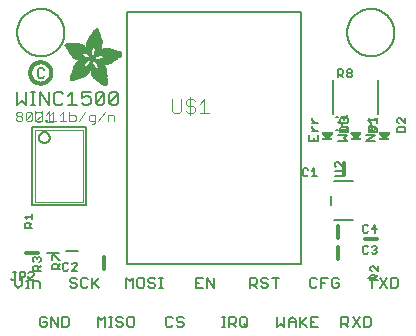
<source format=gbr>
G04 EAGLE Gerber RS-274X export*
G75*
%MOMM*%
%FSLAX34Y34*%
%LPD*%
%INSilkscreen Top*%
%IPPOS*%
%AMOC8*
5,1,8,0,0,1.08239X$1,22.5*%
G01*
%ADD10C,0.127000*%
%ADD11C,0.152400*%
%ADD12C,0.101600*%
%ADD13C,0.050800*%
%ADD14C,0.203200*%
%ADD15C,0.304800*%
%ADD16R,0.068600X0.007600*%
%ADD17R,0.114300X0.007600*%
%ADD18R,0.152400X0.007700*%
%ADD19R,0.182900X0.007600*%
%ADD20R,0.205700X0.007600*%
%ADD21R,0.228600X0.007600*%
%ADD22R,0.259100X0.007600*%
%ADD23R,0.274300X0.007700*%
%ADD24R,0.289500X0.007600*%
%ADD25R,0.304800X0.007600*%
%ADD26R,0.320100X0.007600*%
%ADD27R,0.342900X0.007600*%
%ADD28R,0.350500X0.007700*%
%ADD29R,0.365800X0.007600*%
%ADD30R,0.381000X0.007600*%
%ADD31R,0.388600X0.007600*%
%ADD32R,0.403800X0.007600*%
%ADD33R,0.419100X0.007700*%
%ADD34R,0.426700X0.007600*%
%ADD35R,0.441900X0.007600*%
%ADD36R,0.449600X0.007600*%
%ADD37R,0.464800X0.007600*%
%ADD38R,0.480000X0.007700*%
%ADD39R,0.487600X0.007600*%
%ADD40R,0.495300X0.007600*%
%ADD41R,0.510500X0.007600*%
%ADD42R,0.518100X0.007600*%
%ADD43R,0.525700X0.007700*%
%ADD44R,0.541000X0.007600*%
%ADD45R,0.548600X0.007600*%
%ADD46R,0.563800X0.007600*%
%ADD47R,0.571500X0.007600*%
%ADD48R,0.579100X0.007700*%
%ADD49R,0.594300X0.007600*%
%ADD50R,0.601900X0.007600*%
%ADD51R,0.609600X0.007600*%
%ADD52R,0.624800X0.007600*%
%ADD53R,0.632400X0.007700*%
%ADD54R,0.640000X0.007600*%
%ADD55R,0.655300X0.007600*%
%ADD56R,0.662900X0.007600*%
%ADD57R,0.678100X0.007600*%
%ADD58R,0.685800X0.007700*%
%ADD59R,0.693400X0.007600*%
%ADD60R,0.708600X0.007600*%
%ADD61R,0.716200X0.007600*%
%ADD62R,0.723900X0.007600*%
%ADD63R,0.739100X0.007700*%
%ADD64R,0.746700X0.007600*%
%ADD65R,0.754300X0.007600*%
%ADD66R,0.769600X0.007600*%
%ADD67R,0.777200X0.007600*%
%ADD68R,0.792400X0.007700*%
%ADD69R,0.800100X0.007600*%
%ADD70R,0.807700X0.007600*%
%ADD71R,0.822900X0.007600*%
%ADD72R,0.830500X0.007600*%
%ADD73R,0.838200X0.007700*%
%ADD74R,0.091500X0.007600*%
%ADD75R,0.853400X0.007600*%
%ADD76R,0.144700X0.007600*%
%ADD77R,0.861000X0.007600*%
%ADD78R,0.190500X0.007600*%
%ADD79R,0.876300X0.007600*%
%ADD80R,0.221000X0.007600*%
%ADD81R,0.883900X0.007600*%
%ADD82R,0.259000X0.007700*%
%ADD83R,0.891500X0.007700*%
%ADD84R,0.289600X0.007600*%
%ADD85R,0.906700X0.007600*%
%ADD86R,0.914400X0.007600*%
%ADD87R,0.350500X0.007600*%
%ADD88R,0.922000X0.007600*%
%ADD89R,0.937200X0.007600*%
%ADD90R,0.411400X0.007700*%
%ADD91R,0.944800X0.007700*%
%ADD92R,0.434300X0.007600*%
%ADD93R,0.952500X0.007600*%
%ADD94R,0.464900X0.007600*%
%ADD95R,0.967700X0.007600*%
%ADD96R,0.975300X0.007600*%
%ADD97R,0.518200X0.007600*%
%ADD98R,0.990600X0.007600*%
%ADD99R,0.548600X0.007700*%
%ADD100R,0.998200X0.007700*%
%ADD101R,1.005800X0.007600*%
%ADD102R,0.594400X0.007600*%
%ADD103R,1.021000X0.007600*%
%ADD104R,0.617200X0.007600*%
%ADD105R,1.028700X0.007600*%
%ADD106R,0.647700X0.007600*%
%ADD107R,1.036300X0.007600*%
%ADD108R,0.670500X0.007700*%
%ADD109R,1.051500X0.007700*%
%ADD110R,1.059100X0.007600*%
%ADD111R,0.716300X0.007600*%
%ADD112R,1.066800X0.007600*%
%ADD113R,0.739100X0.007600*%
%ADD114R,1.074400X0.007600*%
%ADD115R,0.762000X0.007600*%
%ADD116R,1.089600X0.007600*%
%ADD117R,0.784800X0.007700*%
%ADD118R,1.097200X0.007700*%
%ADD119R,1.104900X0.007600*%
%ADD120R,0.830600X0.007600*%
%ADD121R,1.112500X0.007600*%
%ADD122R,0.845800X0.007600*%
%ADD123R,1.120100X0.007600*%
%ADD124R,0.868700X0.007600*%
%ADD125R,1.127700X0.007600*%
%ADD126R,1.135300X0.007700*%
%ADD127R,1.143000X0.007600*%
%ADD128R,0.944900X0.007600*%
%ADD129R,1.150600X0.007600*%
%ADD130R,0.960100X0.007600*%
%ADD131R,1.158200X0.007600*%
%ADD132R,0.983000X0.007600*%
%ADD133R,1.165800X0.007600*%
%ADD134R,1.005900X0.007700*%
%ADD135R,1.173400X0.007700*%
%ADD136R,1.021100X0.007600*%
%ADD137R,1.181100X0.007600*%
%ADD138R,1.044000X0.007600*%
%ADD139R,1.188700X0.007600*%
%ADD140R,1.196300X0.007600*%
%ADD141R,1.082000X0.007600*%
%ADD142R,1.203900X0.007600*%
%ADD143R,1.104900X0.007700*%
%ADD144R,1.211500X0.007700*%
%ADD145R,1.211500X0.007600*%
%ADD146R,1.219200X0.007600*%
%ADD147R,1.226800X0.007600*%
%ADD148R,1.234400X0.007600*%
%ADD149R,1.188700X0.007700*%
%ADD150R,1.242000X0.007700*%
%ADD151R,1.242000X0.007600*%
%ADD152R,1.211600X0.007600*%
%ADD153R,1.249600X0.007600*%
%ADD154R,1.257300X0.007600*%
%ADD155R,1.264900X0.007600*%
%ADD156R,1.242100X0.007700*%
%ADD157R,1.264900X0.007700*%
%ADD158R,1.272500X0.007600*%
%ADD159R,1.265000X0.007600*%
%ADD160R,1.280100X0.007600*%
%ADD161R,1.272600X0.007600*%
%ADD162R,1.287700X0.007600*%
%ADD163R,1.287800X0.007600*%
%ADD164R,1.295400X0.007700*%
%ADD165R,1.303000X0.007600*%
%ADD166R,1.318200X0.007600*%
%ADD167R,1.310600X0.007600*%
%ADD168R,1.325900X0.007600*%
%ADD169R,1.341100X0.007700*%
%ADD170R,1.318200X0.007700*%
%ADD171R,1.341100X0.007600*%
%ADD172R,1.325800X0.007600*%
%ADD173R,1.348700X0.007600*%
%ADD174R,1.364000X0.007600*%
%ADD175R,1.333500X0.007600*%
%ADD176R,1.371600X0.007700*%
%ADD177R,1.379200X0.007600*%
%ADD178R,1.379300X0.007600*%
%ADD179R,1.386900X0.007600*%
%ADD180R,1.394500X0.007600*%
%ADD181R,1.356300X0.007600*%
%ADD182R,1.394400X0.007700*%
%ADD183R,1.356300X0.007700*%
%ADD184R,1.402000X0.007600*%
%ADD185R,1.409700X0.007600*%
%ADD186R,1.363900X0.007600*%
%ADD187R,1.417300X0.007600*%
%ADD188R,1.371600X0.007600*%
%ADD189R,1.424900X0.007700*%
%ADD190R,1.424900X0.007600*%
%ADD191R,1.432600X0.007600*%
%ADD192R,1.440200X0.007600*%
%ADD193R,1.386800X0.007600*%
%ADD194R,1.447800X0.007700*%
%ADD195R,1.386800X0.007700*%
%ADD196R,1.447800X0.007600*%
%ADD197R,1.455500X0.007600*%
%ADD198R,1.394400X0.007600*%
%ADD199R,1.463100X0.007600*%
%ADD200R,1.455400X0.007700*%
%ADD201R,1.463000X0.007600*%
%ADD202R,1.470600X0.007600*%
%ADD203R,1.470600X0.007700*%
%ADD204R,1.409700X0.007700*%
%ADD205R,1.470700X0.007600*%
%ADD206R,1.402100X0.007600*%
%ADD207R,1.478300X0.007600*%
%ADD208R,1.478300X0.007700*%
%ADD209R,1.402100X0.007700*%
%ADD210R,1.485900X0.007600*%
%ADD211R,1.485900X0.007700*%
%ADD212R,1.493500X0.007700*%
%ADD213R,1.493500X0.007600*%
%ADD214R,1.394500X0.007700*%
%ADD215R,1.493600X0.007700*%
%ADD216R,1.386900X0.007700*%
%ADD217R,1.379200X0.007700*%
%ADD218R,2.857500X0.007700*%
%ADD219R,2.857500X0.007600*%
%ADD220R,2.849900X0.007600*%
%ADD221R,2.842300X0.007600*%
%ADD222R,2.834700X0.007700*%
%ADD223R,2.827000X0.007600*%
%ADD224R,2.819400X0.007600*%
%ADD225R,2.811800X0.007600*%
%ADD226R,2.811800X0.007700*%
%ADD227R,2.804100X0.007600*%
%ADD228R,2.796500X0.007600*%
%ADD229R,1.966000X0.007600*%
%ADD230R,1.943100X0.007600*%
%ADD231R,0.754400X0.007600*%
%ADD232R,1.927900X0.007700*%
%ADD233R,0.746700X0.007700*%
%ADD234R,1.912600X0.007600*%
%ADD235R,0.731500X0.007600*%
%ADD236R,1.905000X0.007600*%
%ADD237R,1.882200X0.007600*%
%ADD238R,1.874600X0.007600*%
%ADD239R,1.866900X0.007700*%
%ADD240R,0.708700X0.007700*%
%ADD241R,1.851600X0.007600*%
%ADD242R,0.701100X0.007600*%
%ADD243R,1.844000X0.007600*%
%ADD244R,1.836400X0.007600*%
%ADD245R,1.821200X0.007600*%
%ADD246R,0.685800X0.007600*%
%ADD247R,1.813500X0.007700*%
%ADD248R,1.805900X0.007600*%
%ADD249R,0.678200X0.007600*%
%ADD250R,1.790700X0.007600*%
%ADD251R,0.670600X0.007600*%
%ADD252R,1.775500X0.007600*%
%ADD253R,1.767900X0.007700*%
%ADD254R,0.663000X0.007700*%
%ADD255R,1.760200X0.007600*%
%ADD256R,1.752600X0.007600*%
%ADD257R,0.937300X0.007600*%
%ADD258R,0.792500X0.007600*%
%ADD259R,0.899100X0.007600*%
%ADD260R,0.883900X0.007700*%
%ADD261R,0.716300X0.007700*%
%ADD262R,0.647700X0.007700*%
%ADD263R,0.640100X0.007600*%
%ADD264R,0.632500X0.007600*%
%ADD265R,0.655400X0.007600*%
%ADD266R,0.632400X0.007600*%
%ADD267R,0.845800X0.007700*%
%ADD268R,0.617200X0.007700*%
%ADD269R,0.624800X0.007700*%
%ADD270R,0.602000X0.007600*%
%ADD271R,0.838200X0.007600*%
%ADD272R,0.586700X0.007600*%
%ADD273R,0.548700X0.007600*%
%ADD274R,0.830500X0.007700*%
%ADD275R,0.541000X0.007700*%
%ADD276R,0.594300X0.007700*%
%ADD277R,0.525800X0.007600*%
%ADD278R,0.586800X0.007600*%
%ADD279R,0.815300X0.007600*%
%ADD280R,0.579200X0.007600*%
%ADD281R,0.815400X0.007600*%
%ADD282R,0.815400X0.007700*%
%ADD283R,0.571500X0.007700*%
%ADD284R,0.807800X0.007600*%
%ADD285R,0.563900X0.007600*%
%ADD286R,0.457200X0.007600*%
%ADD287R,0.442000X0.007600*%
%ADD288R,0.556300X0.007600*%
%ADD289R,0.807700X0.007700*%
%ADD290R,0.411500X0.007600*%
%ADD291R,0.533400X0.007600*%
%ADD292R,0.076200X0.007600*%
%ADD293R,0.403900X0.007600*%
%ADD294R,0.525700X0.007600*%
%ADD295R,0.388700X0.007600*%
%ADD296R,0.297200X0.007600*%
%ADD297R,0.373400X0.007700*%
%ADD298R,0.503000X0.007700*%
%ADD299R,0.426800X0.007700*%
%ADD300R,0.358100X0.007600*%
%ADD301R,0.502900X0.007600*%
%ADD302R,0.472400X0.007600*%
%ADD303R,0.487700X0.007600*%
%ADD304R,0.335300X0.007600*%
%ADD305R,0.792500X0.007700*%
%ADD306R,0.327600X0.007700*%
%ADD307R,0.472400X0.007700*%
%ADD308R,0.640000X0.007700*%
%ADD309R,0.784800X0.007600*%
%ADD310R,0.320000X0.007600*%
%ADD311R,0.792400X0.007600*%
%ADD312R,1.173400X0.007600*%
%ADD313R,1.196400X0.007600*%
%ADD314R,0.784900X0.007600*%
%ADD315R,0.784900X0.007700*%
%ADD316R,0.297200X0.007700*%
%ADD317R,1.249700X0.007600*%
%ADD318R,0.281900X0.007600*%
%ADD319R,1.295400X0.007600*%
%ADD320R,0.266700X0.007600*%
%ADD321R,0.777300X0.007700*%
%ADD322R,0.266700X0.007700*%
%ADD323R,1.333500X0.007700*%
%ADD324R,0.777300X0.007600*%
%ADD325R,1.348800X0.007600*%
%ADD326R,0.251500X0.007600*%
%ADD327R,0.243900X0.007700*%
%ADD328R,0.243900X0.007600*%
%ADD329R,1.440100X0.007600*%
%ADD330R,0.236200X0.007600*%
%ADD331R,0.762000X0.007700*%
%ADD332R,0.236200X0.007700*%
%ADD333R,1.508700X0.007700*%
%ADD334R,1.531600X0.007600*%
%ADD335R,1.546900X0.007600*%
%ADD336R,1.569700X0.007600*%
%ADD337R,1.585000X0.007600*%
%ADD338R,0.746800X0.007700*%
%ADD339R,1.607800X0.007700*%
%ADD340R,0.243800X0.007600*%
%ADD341R,1.630700X0.007600*%
%ADD342R,1.653500X0.007600*%
%ADD343R,0.739200X0.007600*%
%ADD344R,1.684000X0.007600*%
%ADD345R,2.019300X0.007600*%
%ADD346R,0.731500X0.007700*%
%ADD347R,2.026900X0.007700*%
%ADD348R,2.049800X0.007600*%
%ADD349R,2.057400X0.007600*%
%ADD350R,0.708700X0.007600*%
%ADD351R,2.072600X0.007600*%
%ADD352R,0.701000X0.007600*%
%ADD353R,2.095500X0.007600*%
%ADD354R,0.693500X0.007700*%
%ADD355R,2.110800X0.007700*%
%ADD356R,2.141200X0.007600*%
%ADD357R,0.060900X0.007600*%
%ADD358R,2.872700X0.007600*%
%ADD359R,3.124200X0.007600*%
%ADD360R,3.177600X0.007600*%
%ADD361R,3.215600X0.007700*%
%ADD362R,3.253700X0.007600*%
%ADD363R,3.284300X0.007600*%
%ADD364R,3.314700X0.007600*%
%ADD365R,3.352800X0.007600*%
%ADD366R,3.375600X0.007700*%
%ADD367R,3.406200X0.007600*%
%ADD368R,3.429000X0.007600*%
%ADD369R,3.451800X0.007600*%
%ADD370R,3.482400X0.007600*%
%ADD371R,1.828800X0.007700*%
%ADD372R,1.539300X0.007700*%
%ADD373R,1.767900X0.007600*%
%ADD374R,1.767800X0.007600*%
%ADD375R,1.760200X0.007700*%
%ADD376R,1.760300X0.007600*%
%ADD377R,1.775400X0.007700*%
%ADD378R,1.379300X0.007700*%
%ADD379R,1.783000X0.007600*%
%ADD380R,1.813500X0.007600*%
%ADD381R,1.821100X0.007700*%
%ADD382R,0.503000X0.007600*%
%ADD383R,1.135400X0.007600*%
%ADD384R,1.127700X0.007700*%
%ADD385R,0.487700X0.007700*%
%ADD386R,1.120200X0.007600*%
%ADD387R,1.097300X0.007600*%
%ADD388R,0.510600X0.007600*%
%ADD389R,1.074400X0.007700*%
%ADD390R,0.525800X0.007700*%
%ADD391R,1.440200X0.007700*%
%ADD392R,1.059200X0.007600*%
%ADD393R,1.051600X0.007600*%
%ADD394R,1.051500X0.007600*%
%ADD395R,1.043900X0.007700*%
%ADD396R,0.602000X0.007700*%
%ADD397R,1.524000X0.007600*%
%ADD398R,1.539300X0.007600*%
%ADD399R,1.592600X0.007600*%
%ADD400R,1.021100X0.007700*%
%ADD401R,1.615400X0.007700*%
%ADD402R,1.013400X0.007600*%
%ADD403R,1.653600X0.007600*%
%ADD404R,1.013500X0.007600*%
%ADD405R,1.699300X0.007600*%
%ADD406R,2.743200X0.007600*%
%ADD407R,1.005900X0.007600*%
%ADD408R,2.415500X0.007600*%
%ADD409R,1.005800X0.007700*%
%ADD410R,0.281900X0.007700*%
%ADD411R,2.408000X0.007700*%
%ADD412R,2.407900X0.007600*%
%ADD413R,0.998200X0.007600*%
%ADD414R,0.282000X0.007600*%
%ADD415R,0.998300X0.007600*%
%ADD416R,2.400300X0.007600*%
%ADD417R,0.289500X0.007700*%
%ADD418R,2.400300X0.007700*%
%ADD419R,0.297100X0.007600*%
%ADD420R,0.312400X0.007600*%
%ADD421R,2.392700X0.007600*%
%ADD422R,0.990600X0.007700*%
%ADD423R,0.327700X0.007700*%
%ADD424R,2.392700X0.007700*%
%ADD425R,2.385100X0.007600*%
%ADD426R,0.381000X0.007700*%
%ADD427R,2.377400X0.007700*%
%ADD428R,2.377400X0.007600*%
%ADD429R,2.369800X0.007600*%
%ADD430R,0.419100X0.007600*%
%ADD431R,2.362200X0.007600*%
%ADD432R,0.426800X0.007600*%
%ADD433R,1.036300X0.007700*%
%ADD434R,0.442000X0.007700*%
%ADD435R,2.354600X0.007700*%
%ADD436R,2.354600X0.007600*%
%ADD437R,0.480100X0.007600*%
%ADD438R,2.347000X0.007600*%
%ADD439R,1.074500X0.007600*%
%ADD440R,2.339400X0.007600*%
%ADD441R,1.082100X0.007700*%
%ADD442R,0.548700X0.007700*%
%ADD443R,2.331800X0.007700*%
%ADD444R,2.331800X0.007600*%
%ADD445R,0.624900X0.007600*%
%ADD446R,2.324100X0.007600*%
%ADD447R,1.859300X0.007600*%
%ADD448R,2.308800X0.007600*%
%ADD449R,2.301200X0.007700*%
%ADD450R,2.301200X0.007600*%
%ADD451R,2.293600X0.007600*%
%ADD452R,2.278400X0.007600*%
%ADD453R,1.889800X0.007600*%
%ADD454R,2.270700X0.007600*%
%ADD455R,1.897400X0.007700*%
%ADD456R,2.255500X0.007700*%
%ADD457R,1.897400X0.007600*%
%ADD458R,2.247900X0.007600*%
%ADD459R,2.232600X0.007600*%
%ADD460R,1.912700X0.007600*%
%ADD461R,2.209800X0.007600*%
%ADD462R,1.920300X0.007600*%
%ADD463R,2.186900X0.007600*%
%ADD464R,1.920300X0.007700*%
%ADD465R,2.171700X0.007700*%
%ADD466R,1.935500X0.007600*%
%ADD467R,2.148800X0.007600*%
%ADD468R,2.126000X0.007600*%
%ADD469R,1.950700X0.007600*%
%ADD470R,1.958400X0.007700*%
%ADD471R,2.042200X0.007700*%
%ADD472R,1.973600X0.007600*%
%ADD473R,1.996500X0.007600*%
%ADD474R,1.981200X0.007600*%
%ADD475R,1.988800X0.007600*%
%ADD476R,1.996400X0.007700*%
%ADD477R,1.996400X0.007600*%
%ADD478R,2.004100X0.007600*%
%ADD479R,1.874500X0.007600*%
%ADD480R,1.425000X0.007600*%
%ADD481R,2.026900X0.007600*%
%ADD482R,0.434400X0.007700*%
%ADD483R,1.364000X0.007700*%
%ADD484R,2.034500X0.007600*%
%ADD485R,0.434400X0.007600*%
%ADD486R,2.049700X0.007600*%
%ADD487R,2.065000X0.007700*%
%ADD488R,0.464800X0.007700*%
%ADD489R,1.196300X0.007700*%
%ADD490R,2.080300X0.007600*%
%ADD491R,1.158300X0.007600*%
%ADD492R,2.087900X0.007600*%
%ADD493R,0.472500X0.007600*%
%ADD494R,2.103100X0.007600*%
%ADD495R,2.118400X0.007600*%
%ADD496R,2.133600X0.007600*%
%ADD497R,2.148800X0.007700*%
%ADD498R,2.164000X0.007600*%
%ADD499R,2.171700X0.007600*%
%ADD500R,2.187000X0.007600*%
%ADD501R,0.556200X0.007600*%
%ADD502R,2.202200X0.007700*%
%ADD503R,0.556200X0.007700*%
%ADD504R,0.640100X0.007700*%
%ADD505R,0.579100X0.007600*%
%ADD506R,0.480000X0.007600*%
%ADD507R,1.752600X0.007700*%
%ADD508R,0.487600X0.007700*%
%ADD509R,0.594400X0.007700*%
%ADD510R,0.358100X0.007700*%
%ADD511R,0.099000X0.007600*%
%ADD512R,1.280200X0.007600*%
%ADD513R,1.745000X0.007600*%
%ADD514R,1.744900X0.007600*%
%ADD515R,1.737300X0.007700*%
%ADD516R,1.737400X0.007600*%
%ADD517R,1.729800X0.007600*%
%ADD518R,1.722200X0.007600*%
%ADD519R,1.722100X0.007600*%
%ADD520R,1.714500X0.007700*%
%ADD521R,1.356400X0.007700*%
%ADD522R,1.706900X0.007600*%
%ADD523R,1.356400X0.007600*%
%ADD524R,1.691700X0.007600*%
%ADD525R,1.668800X0.007700*%
%ADD526R,1.645900X0.007600*%
%ADD527R,1.623100X0.007600*%
%ADD528R,1.577400X0.007600*%
%ADD529R,1.554400X0.007600*%
%ADD530R,1.539200X0.007600*%
%ADD531R,1.524000X0.007700*%
%ADD532R,1.501100X0.007600*%
%ADD533R,1.455400X0.007600*%
%ADD534R,1.348800X0.007700*%
%ADD535R,1.318300X0.007600*%
%ADD536R,1.310600X0.007700*%
%ADD537R,1.287800X0.007700*%
%ADD538R,1.234500X0.007600*%
%ADD539R,1.226900X0.007600*%
%ADD540R,1.173500X0.007700*%
%ADD541R,1.173500X0.007600*%
%ADD542R,1.165900X0.007600*%
%ADD543R,1.143000X0.007700*%
%ADD544R,1.127800X0.007600*%
%ADD545R,1.097200X0.007600*%
%ADD546R,1.028700X0.007700*%
%ADD547R,0.982900X0.007600*%
%ADD548R,0.952500X0.007700*%
%ADD549R,0.929600X0.007600*%
%ADD550R,0.906800X0.007700*%
%ADD551R,0.906800X0.007600*%
%ADD552R,0.899200X0.007600*%
%ADD553R,0.884000X0.007600*%
%ADD554R,0.876300X0.007700*%
%ADD555R,0.830600X0.007700*%
%ADD556R,0.754400X0.007700*%
%ADD557R,0.746800X0.007600*%
%ADD558R,0.708600X0.007700*%
%ADD559R,0.678200X0.007700*%
%ADD560R,0.663000X0.007600*%
%ADD561R,0.632500X0.007700*%
%ADD562R,0.556300X0.007700*%
%ADD563R,0.518200X0.007700*%
%ADD564R,0.434300X0.007700*%
%ADD565R,0.396300X0.007700*%
%ADD566R,0.373300X0.007600*%
%ADD567R,0.365700X0.007600*%
%ADD568R,0.327700X0.007600*%
%ADD569R,0.304800X0.007700*%
%ADD570R,0.274300X0.007600*%
%ADD571R,0.243800X0.007700*%
%ADD572R,0.205800X0.007600*%
%ADD573R,0.152400X0.007600*%
%ADD574R,0.121900X0.007700*%
%ADD575R,0.889000X0.190500*%

G36*
X268009Y163070D02*
X268009Y163070D01*
X268014Y163070D01*
X268130Y163096D01*
X268246Y163121D01*
X268250Y163123D01*
X268254Y163124D01*
X268356Y163185D01*
X268458Y163246D01*
X268461Y163249D01*
X268464Y163251D01*
X268579Y163373D01*
X272389Y168453D01*
X272397Y168469D01*
X272410Y168482D01*
X272454Y168578D01*
X272503Y168671D01*
X272506Y168689D01*
X272513Y168705D01*
X272525Y168810D01*
X272541Y168914D01*
X272538Y168932D01*
X272540Y168949D01*
X272518Y169052D01*
X272500Y169157D01*
X272492Y169172D01*
X272488Y169190D01*
X272434Y169280D01*
X272384Y169374D01*
X272371Y169386D01*
X272362Y169401D01*
X272282Y169470D01*
X272205Y169542D01*
X272188Y169549D01*
X272175Y169561D01*
X272077Y169600D01*
X271981Y169644D01*
X271963Y169646D01*
X271947Y169653D01*
X271780Y169671D01*
X264160Y169671D01*
X264142Y169668D01*
X264125Y169670D01*
X264021Y169649D01*
X263917Y169632D01*
X263902Y169623D01*
X263884Y169620D01*
X263793Y169566D01*
X263700Y169516D01*
X263688Y169504D01*
X263672Y169495D01*
X263603Y169415D01*
X263531Y169338D01*
X263523Y169322D01*
X263511Y169308D01*
X263471Y169211D01*
X263427Y169115D01*
X263425Y169097D01*
X263418Y169081D01*
X263411Y168975D01*
X263400Y168871D01*
X263404Y168853D01*
X263402Y168835D01*
X263430Y168733D01*
X263452Y168630D01*
X263461Y168615D01*
X263466Y168598D01*
X263551Y168453D01*
X267361Y163373D01*
X267364Y163370D01*
X267366Y163367D01*
X267453Y163285D01*
X267538Y163203D01*
X267542Y163201D01*
X267545Y163198D01*
X267654Y163148D01*
X267761Y163098D01*
X267765Y163098D01*
X267769Y163096D01*
X267887Y163083D01*
X268005Y163070D01*
X268009Y163070D01*
G37*
G36*
X316269Y163070D02*
X316269Y163070D01*
X316274Y163070D01*
X316390Y163096D01*
X316506Y163121D01*
X316510Y163123D01*
X316514Y163124D01*
X316616Y163185D01*
X316718Y163246D01*
X316721Y163249D01*
X316724Y163251D01*
X316839Y163373D01*
X320649Y168453D01*
X320657Y168469D01*
X320670Y168482D01*
X320714Y168578D01*
X320763Y168671D01*
X320766Y168689D01*
X320773Y168705D01*
X320785Y168810D01*
X320801Y168914D01*
X320798Y168932D01*
X320800Y168949D01*
X320778Y169052D01*
X320760Y169157D01*
X320752Y169172D01*
X320748Y169190D01*
X320694Y169280D01*
X320644Y169374D01*
X320631Y169386D01*
X320622Y169401D01*
X320542Y169470D01*
X320465Y169542D01*
X320448Y169549D01*
X320435Y169561D01*
X320337Y169600D01*
X320241Y169644D01*
X320223Y169646D01*
X320207Y169653D01*
X320040Y169671D01*
X312420Y169671D01*
X312402Y169668D01*
X312385Y169670D01*
X312281Y169649D01*
X312177Y169632D01*
X312162Y169623D01*
X312144Y169620D01*
X312053Y169566D01*
X311960Y169516D01*
X311948Y169504D01*
X311932Y169495D01*
X311863Y169415D01*
X311791Y169338D01*
X311783Y169322D01*
X311771Y169308D01*
X311731Y169211D01*
X311687Y169115D01*
X311685Y169097D01*
X311678Y169081D01*
X311671Y168975D01*
X311660Y168871D01*
X311664Y168853D01*
X311662Y168835D01*
X311690Y168733D01*
X311712Y168630D01*
X311721Y168615D01*
X311726Y168598D01*
X311811Y168453D01*
X315621Y163373D01*
X315624Y163370D01*
X315626Y163367D01*
X315713Y163285D01*
X315798Y163203D01*
X315802Y163201D01*
X315805Y163198D01*
X315914Y163148D01*
X316021Y163098D01*
X316025Y163098D01*
X316029Y163096D01*
X316147Y163083D01*
X316265Y163070D01*
X316269Y163070D01*
G37*
G36*
X292139Y163070D02*
X292139Y163070D01*
X292144Y163070D01*
X292260Y163096D01*
X292376Y163121D01*
X292380Y163123D01*
X292384Y163124D01*
X292486Y163185D01*
X292588Y163246D01*
X292591Y163249D01*
X292594Y163251D01*
X292709Y163373D01*
X296519Y168453D01*
X296527Y168469D01*
X296540Y168482D01*
X296584Y168578D01*
X296633Y168671D01*
X296636Y168689D01*
X296643Y168705D01*
X296655Y168810D01*
X296671Y168914D01*
X296668Y168932D01*
X296670Y168949D01*
X296648Y169052D01*
X296630Y169157D01*
X296622Y169172D01*
X296618Y169190D01*
X296564Y169280D01*
X296514Y169374D01*
X296501Y169386D01*
X296492Y169401D01*
X296412Y169470D01*
X296335Y169542D01*
X296318Y169549D01*
X296305Y169561D01*
X296207Y169600D01*
X296111Y169644D01*
X296093Y169646D01*
X296077Y169653D01*
X295910Y169671D01*
X288290Y169671D01*
X288272Y169668D01*
X288255Y169670D01*
X288151Y169649D01*
X288047Y169632D01*
X288032Y169623D01*
X288014Y169620D01*
X287923Y169566D01*
X287830Y169516D01*
X287818Y169504D01*
X287802Y169495D01*
X287733Y169415D01*
X287661Y169338D01*
X287653Y169322D01*
X287641Y169308D01*
X287601Y169211D01*
X287557Y169115D01*
X287555Y169097D01*
X287548Y169081D01*
X287541Y168975D01*
X287530Y168871D01*
X287534Y168853D01*
X287532Y168835D01*
X287560Y168733D01*
X287582Y168630D01*
X287591Y168615D01*
X287596Y168598D01*
X287681Y168453D01*
X291491Y163373D01*
X291494Y163370D01*
X291496Y163367D01*
X291583Y163285D01*
X291668Y163203D01*
X291672Y163201D01*
X291675Y163198D01*
X291784Y163148D01*
X291891Y163098D01*
X291895Y163098D01*
X291899Y163096D01*
X292017Y163083D01*
X292135Y163070D01*
X292139Y163070D01*
G37*
D10*
X3401Y46363D02*
X3401Y40431D01*
X6367Y37465D01*
X9333Y40431D01*
X9333Y46363D01*
X12757Y43397D02*
X14240Y43397D01*
X14240Y37465D01*
X15722Y37465D02*
X12757Y37465D01*
X14240Y46363D02*
X14240Y47846D01*
X18993Y43397D02*
X18993Y37465D01*
X18993Y43397D02*
X23442Y43397D01*
X24925Y41914D01*
X24925Y37465D01*
X29151Y13343D02*
X30634Y11860D01*
X29151Y13343D02*
X26185Y13343D01*
X24702Y11860D01*
X24702Y5928D01*
X26185Y4445D01*
X29151Y4445D01*
X30634Y5928D01*
X30634Y8894D01*
X27668Y8894D01*
X34057Y4445D02*
X34057Y13343D01*
X39989Y4445D01*
X39989Y13343D01*
X43413Y13343D02*
X43413Y4445D01*
X47861Y4445D01*
X49344Y5928D01*
X49344Y11860D01*
X47861Y13343D01*
X43413Y13343D01*
X56034Y44880D02*
X54551Y46363D01*
X51585Y46363D01*
X50102Y44880D01*
X50102Y43397D01*
X51585Y41914D01*
X54551Y41914D01*
X56034Y40431D01*
X56034Y38948D01*
X54551Y37465D01*
X51585Y37465D01*
X50102Y38948D01*
X63906Y46363D02*
X65389Y44880D01*
X63906Y46363D02*
X60940Y46363D01*
X59457Y44880D01*
X59457Y38948D01*
X60940Y37465D01*
X63906Y37465D01*
X65389Y38948D01*
X68813Y37465D02*
X68813Y46363D01*
X74744Y46363D02*
X68813Y40431D01*
X70296Y41914D02*
X74744Y37465D01*
X97784Y37465D02*
X97784Y46363D01*
X100750Y43397D01*
X103716Y46363D01*
X103716Y37465D01*
X108622Y46363D02*
X111588Y46363D01*
X108622Y46363D02*
X107139Y44880D01*
X107139Y38948D01*
X108622Y37465D01*
X111588Y37465D01*
X113071Y38948D01*
X113071Y44880D01*
X111588Y46363D01*
X120943Y46363D02*
X122426Y44880D01*
X120943Y46363D02*
X117977Y46363D01*
X116494Y44880D01*
X116494Y43397D01*
X117977Y41914D01*
X120943Y41914D01*
X122426Y40431D01*
X122426Y38948D01*
X120943Y37465D01*
X117977Y37465D01*
X116494Y38948D01*
X125849Y37465D02*
X128815Y37465D01*
X127332Y37465D02*
X127332Y46363D01*
X125849Y46363D02*
X128815Y46363D01*
X73654Y13343D02*
X73654Y4445D01*
X76620Y10377D02*
X73654Y13343D01*
X76620Y10377D02*
X79586Y13343D01*
X79586Y4445D01*
X83009Y4445D02*
X85975Y4445D01*
X84492Y4445D02*
X84492Y13343D01*
X83009Y13343D02*
X85975Y13343D01*
X93695Y13343D02*
X95178Y11860D01*
X93695Y13343D02*
X90729Y13343D01*
X89246Y11860D01*
X89246Y10377D01*
X90729Y8894D01*
X93695Y8894D01*
X95178Y7411D01*
X95178Y5928D01*
X93695Y4445D01*
X90729Y4445D01*
X89246Y5928D01*
X100084Y13343D02*
X103050Y13343D01*
X100084Y13343D02*
X98601Y11860D01*
X98601Y5928D01*
X100084Y4445D01*
X103050Y4445D01*
X104533Y5928D01*
X104533Y11860D01*
X103050Y13343D01*
X135429Y13343D02*
X136912Y11860D01*
X135429Y13343D02*
X132463Y13343D01*
X130980Y11860D01*
X130980Y5928D01*
X132463Y4445D01*
X135429Y4445D01*
X136912Y5928D01*
X144784Y13343D02*
X146267Y11860D01*
X144784Y13343D02*
X141818Y13343D01*
X140335Y11860D01*
X140335Y10377D01*
X141818Y8894D01*
X144784Y8894D01*
X146267Y7411D01*
X146267Y5928D01*
X144784Y4445D01*
X141818Y4445D01*
X140335Y5928D01*
X257751Y46363D02*
X259234Y44880D01*
X257751Y46363D02*
X254785Y46363D01*
X253302Y44880D01*
X253302Y38948D01*
X254785Y37465D01*
X257751Y37465D01*
X259234Y38948D01*
X262657Y37465D02*
X262657Y46363D01*
X268589Y46363D01*
X265623Y41914D02*
X262657Y41914D01*
X276461Y46363D02*
X277944Y44880D01*
X276461Y46363D02*
X273496Y46363D01*
X272013Y44880D01*
X272013Y38948D01*
X273496Y37465D01*
X276461Y37465D01*
X277944Y38948D01*
X277944Y41914D01*
X274978Y41914D01*
X279972Y13343D02*
X279972Y4445D01*
X279972Y13343D02*
X284421Y13343D01*
X285904Y11860D01*
X285904Y8894D01*
X284421Y7411D01*
X279972Y7411D01*
X282938Y7411D02*
X285904Y4445D01*
X295259Y4445D02*
X289327Y13343D01*
X295259Y13343D02*
X289327Y4445D01*
X298683Y4445D02*
X298683Y13343D01*
X298683Y4445D02*
X303131Y4445D01*
X304614Y5928D01*
X304614Y11860D01*
X303131Y13343D01*
X298683Y13343D01*
X305798Y37465D02*
X305798Y46363D01*
X302832Y46363D02*
X308764Y46363D01*
X312187Y46363D02*
X318119Y37465D01*
X312187Y37465D02*
X318119Y46363D01*
X321543Y46363D02*
X321543Y37465D01*
X325991Y37465D01*
X327474Y38948D01*
X327474Y44880D01*
X325991Y46363D01*
X321543Y46363D01*
X181627Y4445D02*
X178661Y4445D01*
X180144Y4445D02*
X180144Y13343D01*
X178661Y13343D02*
X181627Y13343D01*
X184898Y13343D02*
X184898Y4445D01*
X184898Y13343D02*
X189347Y13343D01*
X190830Y11860D01*
X190830Y8894D01*
X189347Y7411D01*
X184898Y7411D01*
X187864Y7411D02*
X190830Y4445D01*
X194253Y5928D02*
X194253Y11860D01*
X195736Y13343D01*
X198702Y13343D01*
X200185Y11860D01*
X200185Y5928D01*
X198702Y4445D01*
X195736Y4445D01*
X194253Y5928D01*
X197219Y7411D02*
X200185Y4445D01*
X225765Y4445D02*
X225765Y13343D01*
X228730Y7411D02*
X225765Y4445D01*
X228730Y7411D02*
X231696Y4445D01*
X231696Y13343D01*
X235120Y10377D02*
X235120Y4445D01*
X235120Y10377D02*
X238086Y13343D01*
X241052Y10377D01*
X241052Y4445D01*
X241052Y8894D02*
X235120Y8894D01*
X244475Y13343D02*
X244475Y4445D01*
X244475Y7411D02*
X250407Y13343D01*
X245958Y8894D02*
X250407Y4445D01*
X253830Y13343D02*
X259762Y13343D01*
X253830Y13343D02*
X253830Y4445D01*
X259762Y4445D01*
X256796Y8894D02*
X253830Y8894D01*
X162312Y46363D02*
X156380Y46363D01*
X156380Y37465D01*
X162312Y37465D01*
X159346Y41914D02*
X156380Y41914D01*
X165735Y37465D02*
X165735Y46363D01*
X171667Y37465D01*
X171667Y46363D01*
X202502Y46363D02*
X202502Y37465D01*
X202502Y46363D02*
X206951Y46363D01*
X208434Y44880D01*
X208434Y41914D01*
X206951Y40431D01*
X202502Y40431D01*
X205468Y40431D02*
X208434Y37465D01*
X216306Y46363D02*
X217789Y44880D01*
X216306Y46363D02*
X213340Y46363D01*
X211857Y44880D01*
X211857Y43397D01*
X213340Y41914D01*
X216306Y41914D01*
X217789Y40431D01*
X217789Y38948D01*
X216306Y37465D01*
X213340Y37465D01*
X211857Y38948D01*
X224178Y37465D02*
X224178Y46363D01*
X221213Y46363D02*
X227144Y46363D01*
D11*
X5465Y192532D02*
X5465Y203718D01*
X9194Y196261D02*
X5465Y192532D01*
X9194Y196261D02*
X12922Y192532D01*
X12922Y203718D01*
X17159Y192532D02*
X20888Y192532D01*
X19023Y192532D02*
X19023Y203718D01*
X17159Y203718D02*
X20888Y203718D01*
X24955Y203718D02*
X24955Y192532D01*
X32412Y192532D02*
X24955Y203718D01*
X32412Y203718D02*
X32412Y192532D01*
X42242Y203718D02*
X44106Y201853D01*
X42242Y203718D02*
X38513Y203718D01*
X36649Y201853D01*
X36649Y194396D01*
X38513Y192532D01*
X42242Y192532D01*
X44106Y194396D01*
X48343Y199989D02*
X52071Y203718D01*
X52071Y192532D01*
X48343Y192532D02*
X55800Y192532D01*
X60037Y203718D02*
X67494Y203718D01*
X60037Y203718D02*
X60037Y198125D01*
X63765Y199989D01*
X65630Y199989D01*
X67494Y198125D01*
X67494Y194396D01*
X65630Y192532D01*
X61901Y192532D01*
X60037Y194396D01*
X71731Y194396D02*
X71731Y201853D01*
X73595Y203718D01*
X77324Y203718D01*
X79188Y201853D01*
X79188Y194396D01*
X77324Y192532D01*
X73595Y192532D01*
X71731Y194396D01*
X79188Y201853D01*
X83425Y201853D02*
X83425Y194396D01*
X83425Y201853D02*
X85289Y203718D01*
X89018Y203718D01*
X90882Y201853D01*
X90882Y194396D01*
X89018Y192532D01*
X85289Y192532D01*
X83425Y194396D01*
X90882Y201853D01*
D12*
X5836Y186824D02*
X4523Y185510D01*
X5836Y186824D02*
X8463Y186824D01*
X9776Y185510D01*
X9776Y184197D01*
X8463Y182883D01*
X9776Y181570D01*
X9776Y180256D01*
X8463Y178943D01*
X5836Y178943D01*
X4523Y180256D01*
X4523Y181570D01*
X5836Y182883D01*
X4523Y184197D01*
X4523Y185510D01*
X5836Y182883D02*
X8463Y182883D01*
X12708Y180256D02*
X12708Y185510D01*
X14022Y186824D01*
X16649Y186824D01*
X17962Y185510D01*
X17962Y180256D01*
X16649Y178943D01*
X14022Y178943D01*
X12708Y180256D01*
X17962Y185510D01*
X20894Y178943D02*
X26148Y178943D01*
X20894Y178943D02*
X26148Y184197D01*
X26148Y185510D01*
X24835Y186824D01*
X22208Y186824D01*
X20894Y185510D01*
X29080Y180256D02*
X29080Y178943D01*
X29080Y180256D02*
X30393Y180256D01*
X30393Y178943D01*
X29080Y178943D01*
X33173Y184197D02*
X35800Y186824D01*
X35800Y178943D01*
X33173Y178943D02*
X38427Y178943D01*
X41359Y184197D02*
X43986Y186824D01*
X43986Y178943D01*
X46612Y178943D02*
X41359Y178943D01*
X49544Y178943D02*
X49544Y186824D01*
X49544Y178943D02*
X53485Y178943D01*
X54798Y180256D01*
X54798Y182883D01*
X53485Y184197D01*
X49544Y184197D01*
X57730Y178943D02*
X62984Y186824D01*
X68543Y176316D02*
X69856Y176316D01*
X71170Y177630D01*
X71170Y184197D01*
X67229Y184197D01*
X65916Y182883D01*
X65916Y180256D01*
X67229Y178943D01*
X71170Y178943D01*
X74102Y178943D02*
X79356Y186824D01*
X82288Y184197D02*
X82288Y178943D01*
X82288Y184197D02*
X86228Y184197D01*
X87541Y182883D01*
X87541Y178943D01*
D10*
X252724Y167525D02*
X252724Y162441D01*
X260350Y162441D01*
X260350Y167525D01*
X256537Y164983D02*
X256537Y162441D01*
X255266Y170626D02*
X260350Y170626D01*
X257808Y170626D02*
X255266Y173169D01*
X255266Y174440D01*
X255266Y177448D02*
X260350Y177448D01*
X257808Y177448D02*
X255266Y179990D01*
X255266Y181261D01*
X276854Y162346D02*
X284480Y162346D01*
X281938Y164888D01*
X284480Y167431D01*
X276854Y167431D01*
X279396Y170532D02*
X279396Y171803D01*
X284480Y171803D01*
X284480Y170532D02*
X284480Y173074D01*
X276854Y171803D02*
X275582Y171803D01*
X278125Y177260D02*
X284480Y177260D01*
X278125Y177260D02*
X276854Y178531D01*
X280667Y178531D02*
X280667Y175989D01*
X279396Y181446D02*
X279396Y182718D01*
X284480Y182718D01*
X284480Y183989D02*
X284480Y181446D01*
X276854Y182718D02*
X275582Y182718D01*
X300984Y162441D02*
X308610Y162441D01*
X308610Y167525D02*
X300984Y162441D01*
X300984Y167525D02*
X308610Y167525D01*
X308610Y171897D02*
X308610Y174440D01*
X308610Y171897D02*
X307339Y170626D01*
X304797Y170626D01*
X303526Y171897D01*
X303526Y174440D01*
X304797Y175711D01*
X306068Y175711D01*
X306068Y170626D01*
X307339Y180083D02*
X302255Y180083D01*
X307339Y180083D02*
X308610Y181354D01*
X303526Y181354D02*
X303526Y178812D01*
X98250Y270990D02*
X98250Y57990D01*
X98250Y270990D02*
X245550Y270990D01*
X245550Y57990D01*
X98250Y57990D01*
D12*
X136398Y187877D02*
X136398Y197622D01*
X136398Y187877D02*
X138347Y185928D01*
X142245Y185928D01*
X144194Y187877D01*
X144194Y197622D01*
X148092Y187877D02*
X150041Y185928D01*
X153939Y185928D01*
X155888Y187877D01*
X155888Y189826D01*
X153939Y191775D01*
X150041Y191775D01*
X148092Y193724D01*
X148092Y195673D01*
X150041Y197622D01*
X153939Y197622D01*
X155888Y195673D01*
X151990Y199571D02*
X151990Y183979D01*
X159786Y193724D02*
X163684Y197622D01*
X163684Y185928D01*
X159786Y185928D02*
X167582Y185928D01*
D11*
X17812Y174116D02*
X17812Y107824D01*
X63468Y107824D01*
X63468Y174116D01*
X17812Y174116D01*
D13*
X20098Y171830D02*
X20098Y110110D01*
X61182Y110110D01*
X61182Y171830D01*
X20098Y171830D01*
D11*
X23876Y165226D02*
X23878Y165361D01*
X23884Y165496D01*
X23894Y165630D01*
X23908Y165764D01*
X23926Y165898D01*
X23947Y166031D01*
X23973Y166163D01*
X24003Y166295D01*
X24036Y166426D01*
X24073Y166555D01*
X24115Y166684D01*
X24159Y166811D01*
X24208Y166937D01*
X24260Y167061D01*
X24316Y167184D01*
X24376Y167305D01*
X24439Y167424D01*
X24505Y167541D01*
X24575Y167656D01*
X24649Y167770D01*
X24726Y167881D01*
X24805Y167989D01*
X24889Y168095D01*
X24975Y168199D01*
X25064Y168300D01*
X25156Y168399D01*
X25251Y168494D01*
X25349Y168587D01*
X25449Y168677D01*
X25552Y168764D01*
X25658Y168848D01*
X25766Y168929D01*
X25876Y169006D01*
X25989Y169080D01*
X26104Y169151D01*
X26221Y169219D01*
X26339Y169283D01*
X26460Y169343D01*
X26582Y169400D01*
X26706Y169453D01*
X26832Y169503D01*
X26958Y169549D01*
X27087Y169591D01*
X27216Y169629D01*
X27346Y169663D01*
X27478Y169694D01*
X27610Y169721D01*
X27743Y169743D01*
X27876Y169762D01*
X28010Y169777D01*
X28145Y169788D01*
X28279Y169795D01*
X28414Y169798D01*
X28549Y169797D01*
X28684Y169792D01*
X28818Y169783D01*
X28953Y169770D01*
X29087Y169753D01*
X29220Y169732D01*
X29352Y169708D01*
X29484Y169679D01*
X29615Y169647D01*
X29745Y169610D01*
X29874Y169570D01*
X30001Y169526D01*
X30127Y169478D01*
X30252Y169427D01*
X30375Y169372D01*
X30497Y169313D01*
X30616Y169251D01*
X30734Y169185D01*
X30850Y169116D01*
X30963Y169044D01*
X31075Y168968D01*
X31184Y168889D01*
X31291Y168807D01*
X31395Y168721D01*
X31497Y168633D01*
X31596Y168541D01*
X31693Y168447D01*
X31786Y168350D01*
X31877Y168250D01*
X31965Y168148D01*
X32049Y168043D01*
X32131Y167935D01*
X32209Y167825D01*
X32284Y167713D01*
X32356Y167599D01*
X32424Y167483D01*
X32489Y167364D01*
X32550Y167244D01*
X32608Y167122D01*
X32662Y166999D01*
X32713Y166874D01*
X32759Y166747D01*
X32802Y166620D01*
X32842Y166491D01*
X32877Y166360D01*
X32909Y166229D01*
X32936Y166097D01*
X32960Y165965D01*
X32980Y165831D01*
X32996Y165697D01*
X33008Y165563D01*
X33016Y165428D01*
X33020Y165293D01*
X33020Y165159D01*
X33016Y165024D01*
X33008Y164889D01*
X32996Y164755D01*
X32980Y164621D01*
X32960Y164487D01*
X32936Y164355D01*
X32909Y164223D01*
X32877Y164092D01*
X32842Y163961D01*
X32802Y163832D01*
X32759Y163705D01*
X32713Y163578D01*
X32662Y163453D01*
X32608Y163330D01*
X32550Y163208D01*
X32489Y163088D01*
X32424Y162969D01*
X32356Y162853D01*
X32284Y162739D01*
X32209Y162627D01*
X32131Y162517D01*
X32049Y162409D01*
X31965Y162304D01*
X31877Y162202D01*
X31786Y162102D01*
X31693Y162005D01*
X31596Y161911D01*
X31497Y161819D01*
X31395Y161731D01*
X31291Y161645D01*
X31184Y161563D01*
X31075Y161484D01*
X30963Y161408D01*
X30850Y161336D01*
X30734Y161267D01*
X30616Y161201D01*
X30497Y161139D01*
X30375Y161080D01*
X30252Y161025D01*
X30127Y160974D01*
X30001Y160926D01*
X29874Y160882D01*
X29745Y160842D01*
X29615Y160805D01*
X29484Y160773D01*
X29352Y160744D01*
X29220Y160720D01*
X29087Y160699D01*
X28953Y160682D01*
X28818Y160669D01*
X28684Y160660D01*
X28549Y160655D01*
X28414Y160654D01*
X28279Y160657D01*
X28145Y160664D01*
X28010Y160675D01*
X27876Y160690D01*
X27743Y160709D01*
X27610Y160731D01*
X27478Y160758D01*
X27346Y160789D01*
X27216Y160823D01*
X27087Y160861D01*
X26958Y160903D01*
X26832Y160949D01*
X26706Y160999D01*
X26582Y161052D01*
X26460Y161109D01*
X26339Y161169D01*
X26221Y161233D01*
X26104Y161301D01*
X25989Y161372D01*
X25876Y161446D01*
X25766Y161523D01*
X25658Y161604D01*
X25552Y161688D01*
X25449Y161775D01*
X25349Y161865D01*
X25251Y161958D01*
X25156Y162053D01*
X25064Y162152D01*
X24975Y162253D01*
X24889Y162357D01*
X24805Y162463D01*
X24726Y162571D01*
X24649Y162682D01*
X24575Y162796D01*
X24505Y162911D01*
X24439Y163028D01*
X24376Y163147D01*
X24316Y163268D01*
X24260Y163391D01*
X24208Y163515D01*
X24159Y163641D01*
X24115Y163768D01*
X24073Y163897D01*
X24036Y164026D01*
X24003Y164157D01*
X23973Y164289D01*
X23947Y164421D01*
X23926Y164554D01*
X23908Y164688D01*
X23894Y164822D01*
X23884Y164956D01*
X23878Y165091D01*
X23876Y165226D01*
D12*
X20320Y179959D02*
X20320Y187586D01*
X20320Y179959D02*
X21845Y178434D01*
X24896Y178434D01*
X26421Y179959D01*
X26421Y187586D01*
X29675Y184535D02*
X32726Y187586D01*
X32726Y178434D01*
X35776Y178434D02*
X29675Y178434D01*
D14*
X273940Y95260D02*
X289940Y95260D01*
X289940Y128260D02*
X273940Y128260D01*
X271440Y115760D02*
X271440Y107760D01*
D11*
X274568Y132302D02*
X280076Y132302D01*
X281178Y133404D01*
X281178Y135607D01*
X280076Y136708D01*
X274568Y136708D01*
X281178Y139786D02*
X281178Y144193D01*
X276772Y144193D02*
X281178Y139786D01*
X276772Y144193D02*
X275670Y144193D01*
X274568Y143091D01*
X274568Y140888D01*
X275670Y139786D01*
D15*
X281940Y143510D02*
X281940Y133350D01*
D11*
X251820Y137842D02*
X250719Y138944D01*
X248515Y138944D01*
X247414Y137842D01*
X247414Y133436D01*
X248515Y132334D01*
X250719Y132334D01*
X251820Y133436D01*
X254898Y136740D02*
X257101Y138944D01*
X257101Y132334D01*
X254898Y132334D02*
X259304Y132334D01*
D15*
X78740Y63500D02*
X78740Y53340D01*
D11*
X48620Y57832D02*
X47519Y58934D01*
X45315Y58934D01*
X44214Y57832D01*
X44214Y53426D01*
X45315Y52324D01*
X47519Y52324D01*
X48620Y53426D01*
X51698Y52324D02*
X56104Y52324D01*
X51698Y52324D02*
X56104Y56730D01*
X56104Y57832D01*
X55003Y58934D01*
X52799Y58934D01*
X51698Y57832D01*
D15*
X276860Y62230D02*
X276860Y72390D01*
D11*
X301247Y73412D02*
X302348Y72310D01*
X301247Y73412D02*
X299044Y73412D01*
X297942Y72310D01*
X297942Y67904D01*
X299044Y66802D01*
X301247Y66802D01*
X302348Y67904D01*
X305426Y72310D02*
X306528Y73412D01*
X308731Y73412D01*
X309833Y72310D01*
X309833Y71208D01*
X308731Y70107D01*
X307629Y70107D01*
X308731Y70107D02*
X309833Y69005D01*
X309833Y67904D01*
X308731Y66802D01*
X306528Y66802D01*
X305426Y67904D01*
D15*
X276860Y80010D02*
X276860Y90170D01*
D11*
X301247Y91192D02*
X302348Y90090D01*
X301247Y91192D02*
X299044Y91192D01*
X297942Y90090D01*
X297942Y85684D01*
X299044Y84582D01*
X301247Y84582D01*
X302348Y85684D01*
X308731Y84582D02*
X308731Y91192D01*
X305426Y87887D01*
X309833Y87887D01*
D14*
X5400Y254000D02*
X5406Y254491D01*
X5424Y254981D01*
X5454Y255471D01*
X5496Y255960D01*
X5550Y256448D01*
X5616Y256935D01*
X5694Y257419D01*
X5784Y257902D01*
X5886Y258382D01*
X5999Y258860D01*
X6124Y259334D01*
X6261Y259806D01*
X6409Y260274D01*
X6569Y260738D01*
X6740Y261198D01*
X6922Y261654D01*
X7116Y262105D01*
X7320Y262551D01*
X7536Y262992D01*
X7762Y263428D01*
X7998Y263858D01*
X8245Y264282D01*
X8503Y264700D01*
X8771Y265111D01*
X9048Y265516D01*
X9336Y265914D01*
X9633Y266305D01*
X9940Y266688D01*
X10256Y267063D01*
X10581Y267431D01*
X10915Y267791D01*
X11258Y268142D01*
X11609Y268485D01*
X11969Y268819D01*
X12337Y269144D01*
X12712Y269460D01*
X13095Y269767D01*
X13486Y270064D01*
X13884Y270352D01*
X14289Y270629D01*
X14700Y270897D01*
X15118Y271155D01*
X15542Y271402D01*
X15972Y271638D01*
X16408Y271864D01*
X16849Y272080D01*
X17295Y272284D01*
X17746Y272478D01*
X18202Y272660D01*
X18662Y272831D01*
X19126Y272991D01*
X19594Y273139D01*
X20066Y273276D01*
X20540Y273401D01*
X21018Y273514D01*
X21498Y273616D01*
X21981Y273706D01*
X22465Y273784D01*
X22952Y273850D01*
X23440Y273904D01*
X23929Y273946D01*
X24419Y273976D01*
X24909Y273994D01*
X25400Y274000D01*
X25891Y273994D01*
X26381Y273976D01*
X26871Y273946D01*
X27360Y273904D01*
X27848Y273850D01*
X28335Y273784D01*
X28819Y273706D01*
X29302Y273616D01*
X29782Y273514D01*
X30260Y273401D01*
X30734Y273276D01*
X31206Y273139D01*
X31674Y272991D01*
X32138Y272831D01*
X32598Y272660D01*
X33054Y272478D01*
X33505Y272284D01*
X33951Y272080D01*
X34392Y271864D01*
X34828Y271638D01*
X35258Y271402D01*
X35682Y271155D01*
X36100Y270897D01*
X36511Y270629D01*
X36916Y270352D01*
X37314Y270064D01*
X37705Y269767D01*
X38088Y269460D01*
X38463Y269144D01*
X38831Y268819D01*
X39191Y268485D01*
X39542Y268142D01*
X39885Y267791D01*
X40219Y267431D01*
X40544Y267063D01*
X40860Y266688D01*
X41167Y266305D01*
X41464Y265914D01*
X41752Y265516D01*
X42029Y265111D01*
X42297Y264700D01*
X42555Y264282D01*
X42802Y263858D01*
X43038Y263428D01*
X43264Y262992D01*
X43480Y262551D01*
X43684Y262105D01*
X43878Y261654D01*
X44060Y261198D01*
X44231Y260738D01*
X44391Y260274D01*
X44539Y259806D01*
X44676Y259334D01*
X44801Y258860D01*
X44914Y258382D01*
X45016Y257902D01*
X45106Y257419D01*
X45184Y256935D01*
X45250Y256448D01*
X45304Y255960D01*
X45346Y255471D01*
X45376Y254981D01*
X45394Y254491D01*
X45400Y254000D01*
X45394Y253509D01*
X45376Y253019D01*
X45346Y252529D01*
X45304Y252040D01*
X45250Y251552D01*
X45184Y251065D01*
X45106Y250581D01*
X45016Y250098D01*
X44914Y249618D01*
X44801Y249140D01*
X44676Y248666D01*
X44539Y248194D01*
X44391Y247726D01*
X44231Y247262D01*
X44060Y246802D01*
X43878Y246346D01*
X43684Y245895D01*
X43480Y245449D01*
X43264Y245008D01*
X43038Y244572D01*
X42802Y244142D01*
X42555Y243718D01*
X42297Y243300D01*
X42029Y242889D01*
X41752Y242484D01*
X41464Y242086D01*
X41167Y241695D01*
X40860Y241312D01*
X40544Y240937D01*
X40219Y240569D01*
X39885Y240209D01*
X39542Y239858D01*
X39191Y239515D01*
X38831Y239181D01*
X38463Y238856D01*
X38088Y238540D01*
X37705Y238233D01*
X37314Y237936D01*
X36916Y237648D01*
X36511Y237371D01*
X36100Y237103D01*
X35682Y236845D01*
X35258Y236598D01*
X34828Y236362D01*
X34392Y236136D01*
X33951Y235920D01*
X33505Y235716D01*
X33054Y235522D01*
X32598Y235340D01*
X32138Y235169D01*
X31674Y235009D01*
X31206Y234861D01*
X30734Y234724D01*
X30260Y234599D01*
X29782Y234486D01*
X29302Y234384D01*
X28819Y234294D01*
X28335Y234216D01*
X27848Y234150D01*
X27360Y234096D01*
X26871Y234054D01*
X26381Y234024D01*
X25891Y234006D01*
X25400Y234000D01*
X24909Y234006D01*
X24419Y234024D01*
X23929Y234054D01*
X23440Y234096D01*
X22952Y234150D01*
X22465Y234216D01*
X21981Y234294D01*
X21498Y234384D01*
X21018Y234486D01*
X20540Y234599D01*
X20066Y234724D01*
X19594Y234861D01*
X19126Y235009D01*
X18662Y235169D01*
X18202Y235340D01*
X17746Y235522D01*
X17295Y235716D01*
X16849Y235920D01*
X16408Y236136D01*
X15972Y236362D01*
X15542Y236598D01*
X15118Y236845D01*
X14700Y237103D01*
X14289Y237371D01*
X13884Y237648D01*
X13486Y237936D01*
X13095Y238233D01*
X12712Y238540D01*
X12337Y238856D01*
X11969Y239181D01*
X11609Y239515D01*
X11258Y239858D01*
X10915Y240209D01*
X10581Y240569D01*
X10256Y240937D01*
X9940Y241312D01*
X9633Y241695D01*
X9336Y242086D01*
X9048Y242484D01*
X8771Y242889D01*
X8503Y243300D01*
X8245Y243718D01*
X7998Y244142D01*
X7762Y244572D01*
X7536Y245008D01*
X7320Y245449D01*
X7116Y245895D01*
X6922Y246346D01*
X6740Y246802D01*
X6569Y247262D01*
X6409Y247726D01*
X6261Y248194D01*
X6124Y248666D01*
X5999Y249140D01*
X5886Y249618D01*
X5784Y250098D01*
X5694Y250581D01*
X5616Y251065D01*
X5550Y251552D01*
X5496Y252040D01*
X5454Y252529D01*
X5424Y253019D01*
X5406Y253509D01*
X5400Y254000D01*
X284800Y254000D02*
X284806Y254491D01*
X284824Y254981D01*
X284854Y255471D01*
X284896Y255960D01*
X284950Y256448D01*
X285016Y256935D01*
X285094Y257419D01*
X285184Y257902D01*
X285286Y258382D01*
X285399Y258860D01*
X285524Y259334D01*
X285661Y259806D01*
X285809Y260274D01*
X285969Y260738D01*
X286140Y261198D01*
X286322Y261654D01*
X286516Y262105D01*
X286720Y262551D01*
X286936Y262992D01*
X287162Y263428D01*
X287398Y263858D01*
X287645Y264282D01*
X287903Y264700D01*
X288171Y265111D01*
X288448Y265516D01*
X288736Y265914D01*
X289033Y266305D01*
X289340Y266688D01*
X289656Y267063D01*
X289981Y267431D01*
X290315Y267791D01*
X290658Y268142D01*
X291009Y268485D01*
X291369Y268819D01*
X291737Y269144D01*
X292112Y269460D01*
X292495Y269767D01*
X292886Y270064D01*
X293284Y270352D01*
X293689Y270629D01*
X294100Y270897D01*
X294518Y271155D01*
X294942Y271402D01*
X295372Y271638D01*
X295808Y271864D01*
X296249Y272080D01*
X296695Y272284D01*
X297146Y272478D01*
X297602Y272660D01*
X298062Y272831D01*
X298526Y272991D01*
X298994Y273139D01*
X299466Y273276D01*
X299940Y273401D01*
X300418Y273514D01*
X300898Y273616D01*
X301381Y273706D01*
X301865Y273784D01*
X302352Y273850D01*
X302840Y273904D01*
X303329Y273946D01*
X303819Y273976D01*
X304309Y273994D01*
X304800Y274000D01*
X305291Y273994D01*
X305781Y273976D01*
X306271Y273946D01*
X306760Y273904D01*
X307248Y273850D01*
X307735Y273784D01*
X308219Y273706D01*
X308702Y273616D01*
X309182Y273514D01*
X309660Y273401D01*
X310134Y273276D01*
X310606Y273139D01*
X311074Y272991D01*
X311538Y272831D01*
X311998Y272660D01*
X312454Y272478D01*
X312905Y272284D01*
X313351Y272080D01*
X313792Y271864D01*
X314228Y271638D01*
X314658Y271402D01*
X315082Y271155D01*
X315500Y270897D01*
X315911Y270629D01*
X316316Y270352D01*
X316714Y270064D01*
X317105Y269767D01*
X317488Y269460D01*
X317863Y269144D01*
X318231Y268819D01*
X318591Y268485D01*
X318942Y268142D01*
X319285Y267791D01*
X319619Y267431D01*
X319944Y267063D01*
X320260Y266688D01*
X320567Y266305D01*
X320864Y265914D01*
X321152Y265516D01*
X321429Y265111D01*
X321697Y264700D01*
X321955Y264282D01*
X322202Y263858D01*
X322438Y263428D01*
X322664Y262992D01*
X322880Y262551D01*
X323084Y262105D01*
X323278Y261654D01*
X323460Y261198D01*
X323631Y260738D01*
X323791Y260274D01*
X323939Y259806D01*
X324076Y259334D01*
X324201Y258860D01*
X324314Y258382D01*
X324416Y257902D01*
X324506Y257419D01*
X324584Y256935D01*
X324650Y256448D01*
X324704Y255960D01*
X324746Y255471D01*
X324776Y254981D01*
X324794Y254491D01*
X324800Y254000D01*
X324794Y253509D01*
X324776Y253019D01*
X324746Y252529D01*
X324704Y252040D01*
X324650Y251552D01*
X324584Y251065D01*
X324506Y250581D01*
X324416Y250098D01*
X324314Y249618D01*
X324201Y249140D01*
X324076Y248666D01*
X323939Y248194D01*
X323791Y247726D01*
X323631Y247262D01*
X323460Y246802D01*
X323278Y246346D01*
X323084Y245895D01*
X322880Y245449D01*
X322664Y245008D01*
X322438Y244572D01*
X322202Y244142D01*
X321955Y243718D01*
X321697Y243300D01*
X321429Y242889D01*
X321152Y242484D01*
X320864Y242086D01*
X320567Y241695D01*
X320260Y241312D01*
X319944Y240937D01*
X319619Y240569D01*
X319285Y240209D01*
X318942Y239858D01*
X318591Y239515D01*
X318231Y239181D01*
X317863Y238856D01*
X317488Y238540D01*
X317105Y238233D01*
X316714Y237936D01*
X316316Y237648D01*
X315911Y237371D01*
X315500Y237103D01*
X315082Y236845D01*
X314658Y236598D01*
X314228Y236362D01*
X313792Y236136D01*
X313351Y235920D01*
X312905Y235716D01*
X312454Y235522D01*
X311998Y235340D01*
X311538Y235169D01*
X311074Y235009D01*
X310606Y234861D01*
X310134Y234724D01*
X309660Y234599D01*
X309182Y234486D01*
X308702Y234384D01*
X308219Y234294D01*
X307735Y234216D01*
X307248Y234150D01*
X306760Y234096D01*
X306271Y234054D01*
X305781Y234024D01*
X305291Y234006D01*
X304800Y234000D01*
X304309Y234006D01*
X303819Y234024D01*
X303329Y234054D01*
X302840Y234096D01*
X302352Y234150D01*
X301865Y234216D01*
X301381Y234294D01*
X300898Y234384D01*
X300418Y234486D01*
X299940Y234599D01*
X299466Y234724D01*
X298994Y234861D01*
X298526Y235009D01*
X298062Y235169D01*
X297602Y235340D01*
X297146Y235522D01*
X296695Y235716D01*
X296249Y235920D01*
X295808Y236136D01*
X295372Y236362D01*
X294942Y236598D01*
X294518Y236845D01*
X294100Y237103D01*
X293689Y237371D01*
X293284Y237648D01*
X292886Y237936D01*
X292495Y238233D01*
X292112Y238540D01*
X291737Y238856D01*
X291369Y239181D01*
X291009Y239515D01*
X290658Y239858D01*
X290315Y240209D01*
X289981Y240569D01*
X289656Y240937D01*
X289340Y241312D01*
X289033Y241695D01*
X288736Y242086D01*
X288448Y242484D01*
X288171Y242889D01*
X287903Y243300D01*
X287645Y243718D01*
X287398Y244142D01*
X287162Y244572D01*
X286936Y245008D01*
X286720Y245449D01*
X286516Y245895D01*
X286322Y246346D01*
X286140Y246802D01*
X285969Y247262D01*
X285809Y247726D01*
X285661Y248194D01*
X285524Y248666D01*
X285399Y249140D01*
X285286Y249618D01*
X285184Y250098D01*
X285094Y250581D01*
X285016Y251065D01*
X284950Y251552D01*
X284896Y252040D01*
X284854Y252529D01*
X284824Y253019D01*
X284806Y253509D01*
X284800Y254000D01*
D11*
X1102Y44450D02*
X0Y45552D01*
X1102Y44450D02*
X2203Y44450D01*
X3305Y45552D01*
X3305Y51060D01*
X4406Y51060D02*
X2203Y51060D01*
X7484Y51060D02*
X7484Y44450D01*
X7484Y51060D02*
X10789Y51060D01*
X11891Y49958D01*
X11891Y47755D01*
X10789Y46653D01*
X7484Y46653D01*
X14968Y44450D02*
X19375Y44450D01*
X19375Y48856D02*
X14968Y44450D01*
X19375Y48856D02*
X19375Y49958D01*
X18273Y51060D01*
X16070Y51060D01*
X14968Y49958D01*
D15*
X12700Y67310D02*
X22860Y67310D01*
D11*
X18288Y88392D02*
X11678Y88392D01*
X11678Y91697D01*
X12780Y92798D01*
X14983Y92798D01*
X16085Y91697D01*
X16085Y88392D01*
X16085Y90595D02*
X18288Y92798D01*
X13882Y95876D02*
X11678Y98079D01*
X18288Y98079D01*
X18288Y95876D02*
X18288Y100283D01*
D15*
X299720Y78740D02*
X309880Y78740D01*
D11*
X310896Y44214D02*
X304286Y44214D01*
X304286Y47519D01*
X305388Y48620D01*
X307591Y48620D01*
X308693Y47519D01*
X308693Y44214D01*
X308693Y46417D02*
X310896Y48620D01*
X310896Y51698D02*
X310896Y56104D01*
X310896Y51698D02*
X306490Y56104D01*
X305388Y56104D01*
X304286Y55003D01*
X304286Y52799D01*
X305388Y51698D01*
D14*
X40640Y67310D02*
X30480Y67310D01*
D11*
X25273Y52197D02*
X18663Y52197D01*
X18663Y55502D01*
X19765Y56603D01*
X21968Y56603D01*
X23070Y55502D01*
X23070Y52197D01*
X23070Y54400D02*
X25273Y56603D01*
X19765Y59681D02*
X18663Y60783D01*
X18663Y62986D01*
X19765Y64088D01*
X20867Y64088D01*
X21968Y62986D01*
X21968Y61884D01*
X21968Y62986D02*
X23070Y64088D01*
X24171Y64088D01*
X25273Y62986D01*
X25273Y60783D01*
X24171Y59681D01*
D16*
X79858Y208280D03*
D17*
X79858Y208356D03*
D18*
X79820Y208433D03*
D19*
X79820Y208509D03*
D20*
X79858Y208585D03*
D21*
X79820Y208661D03*
D22*
X79820Y208737D03*
D23*
X79820Y208814D03*
D24*
X79820Y208890D03*
D25*
X79743Y208966D03*
D26*
X79744Y209042D03*
D27*
X79706Y209118D03*
D28*
X79668Y209195D03*
D29*
X79667Y209271D03*
D30*
X79591Y209347D03*
D31*
X79553Y209423D03*
D32*
X79553Y209499D03*
D33*
X79477Y209576D03*
D34*
X79439Y209652D03*
D35*
X79363Y209728D03*
D36*
X79324Y209804D03*
D37*
X79324Y209880D03*
D38*
X79248Y209957D03*
D39*
X79210Y210033D03*
D40*
X79172Y210109D03*
D41*
X79096Y210185D03*
D42*
X79058Y210261D03*
D43*
X79020Y210338D03*
D44*
X78943Y210414D03*
D45*
X78905Y210490D03*
D46*
X78829Y210566D03*
D47*
X78791Y210642D03*
D48*
X78753Y210719D03*
D49*
X78677Y210795D03*
D50*
X78639Y210871D03*
D51*
X78600Y210947D03*
D52*
X78524Y211023D03*
D53*
X78486Y211100D03*
D54*
X78448Y211176D03*
D55*
X78372Y211252D03*
D56*
X78334Y211328D03*
D57*
X78258Y211404D03*
D58*
X78219Y211481D03*
D59*
X78181Y211557D03*
D60*
X78105Y211633D03*
D61*
X78067Y211709D03*
D62*
X78029Y211785D03*
D63*
X77953Y211862D03*
D64*
X77915Y211938D03*
D65*
X77877Y212014D03*
D66*
X77800Y212090D03*
D67*
X77762Y212166D03*
D68*
X77686Y212243D03*
D69*
X77648Y212319D03*
D70*
X77610Y212395D03*
D71*
X77534Y212471D03*
D72*
X77496Y212547D03*
D73*
X77457Y212624D03*
D74*
X51931Y212700D03*
D75*
X77381Y212700D03*
D76*
X51969Y212776D03*
D77*
X77343Y212776D03*
D78*
X52045Y212852D03*
D79*
X77267Y212852D03*
D80*
X52121Y212928D03*
D81*
X77229Y212928D03*
D82*
X52159Y213005D03*
D83*
X77191Y213005D03*
D84*
X52235Y213081D03*
D85*
X77115Y213081D03*
D26*
X52312Y213157D03*
D86*
X77076Y213157D03*
D87*
X52388Y213233D03*
D88*
X77038Y213233D03*
D30*
X52464Y213309D03*
D89*
X76962Y213309D03*
D90*
X52540Y213386D03*
D91*
X76924Y213386D03*
D92*
X52655Y213462D03*
D93*
X76886Y213462D03*
D94*
X52731Y213538D03*
D95*
X76810Y213538D03*
D40*
X52807Y213614D03*
D96*
X76772Y213614D03*
D97*
X52921Y213690D03*
D98*
X76695Y213690D03*
D99*
X52997Y213767D03*
D100*
X76657Y213767D03*
D47*
X53112Y213843D03*
D101*
X76619Y213843D03*
D102*
X53226Y213919D03*
D103*
X76543Y213919D03*
D104*
X53340Y213995D03*
D105*
X76505Y213995D03*
D106*
X53417Y214071D03*
D107*
X76467Y214071D03*
D108*
X53531Y214148D03*
D109*
X76391Y214148D03*
D59*
X53645Y214224D03*
D110*
X76353Y214224D03*
D111*
X53760Y214300D03*
D112*
X76314Y214300D03*
D113*
X53874Y214376D03*
D114*
X76276Y214376D03*
D115*
X53988Y214452D03*
D116*
X76200Y214452D03*
D117*
X54102Y214529D03*
D118*
X76162Y214529D03*
D70*
X54217Y214605D03*
D119*
X76124Y214605D03*
D120*
X54331Y214681D03*
D121*
X76086Y214681D03*
D122*
X54483Y214757D03*
D123*
X76048Y214757D03*
D124*
X54598Y214833D03*
D125*
X76010Y214833D03*
D83*
X54712Y214910D03*
D126*
X75972Y214910D03*
D88*
X54864Y214986D03*
D127*
X75933Y214986D03*
D128*
X54979Y215062D03*
D129*
X75895Y215062D03*
D130*
X55131Y215138D03*
D131*
X75857Y215138D03*
D132*
X55245Y215214D03*
D133*
X75819Y215214D03*
D134*
X55360Y215291D03*
D135*
X75781Y215291D03*
D136*
X55512Y215367D03*
D137*
X75743Y215367D03*
D138*
X55626Y215443D03*
D139*
X75705Y215443D03*
D112*
X55740Y215519D03*
D140*
X75667Y215519D03*
D141*
X55893Y215595D03*
D142*
X75629Y215595D03*
D143*
X56008Y215672D03*
D144*
X75591Y215672D03*
D123*
X56084Y215748D03*
D145*
X75591Y215748D03*
D127*
X56198Y215824D03*
D146*
X75552Y215824D03*
D129*
X56312Y215900D03*
D147*
X75514Y215900D03*
D133*
X56388Y215976D03*
D148*
X75476Y215976D03*
D149*
X56503Y216053D03*
D150*
X75438Y216053D03*
D140*
X56617Y216129D03*
D151*
X75438Y216129D03*
D152*
X56693Y216205D03*
D153*
X75400Y216205D03*
D147*
X56769Y216281D03*
D154*
X75362Y216281D03*
D147*
X56845Y216357D03*
D155*
X75324Y216357D03*
D156*
X56922Y216434D03*
D157*
X75324Y216434D03*
D154*
X56998Y216510D03*
D158*
X75286Y216510D03*
D159*
X57112Y216586D03*
D160*
X75248Y216586D03*
D161*
X57150Y216662D03*
D162*
X75210Y216662D03*
D163*
X57226Y216738D03*
D162*
X75210Y216738D03*
D164*
X57341Y216815D03*
X75171Y216815D03*
D165*
X57379Y216891D03*
X75133Y216891D03*
D166*
X57455Y216967D03*
D165*
X75133Y216967D03*
D166*
X57531Y217043D03*
D167*
X75095Y217043D03*
D168*
X57570Y217119D03*
D167*
X75095Y217119D03*
D169*
X57646Y217196D03*
D170*
X75057Y217196D03*
D171*
X57722Y217272D03*
D172*
X75019Y217272D03*
D173*
X57760Y217348D03*
D172*
X75019Y217348D03*
D174*
X57836Y217424D03*
D175*
X74981Y217424D03*
D174*
X57912Y217500D03*
D175*
X74981Y217500D03*
D176*
X57950Y217577D03*
D169*
X74943Y217577D03*
D177*
X57988Y217653D03*
D171*
X74943Y217653D03*
D178*
X58065Y217729D03*
D173*
X74905Y217729D03*
D179*
X58103Y217805D03*
D173*
X74905Y217805D03*
D180*
X58141Y217881D03*
D181*
X74867Y217881D03*
D182*
X58217Y217958D03*
D183*
X74867Y217958D03*
D184*
X58255Y218034D03*
D181*
X74867Y218034D03*
D185*
X58294Y218110D03*
D186*
X74829Y218110D03*
D185*
X58370Y218186D03*
D186*
X74829Y218186D03*
D187*
X58408Y218262D03*
D188*
X74790Y218262D03*
D189*
X58446Y218339D03*
D176*
X74790Y218339D03*
D190*
X58522Y218415D03*
D188*
X74790Y218415D03*
D191*
X58560Y218491D03*
D177*
X74752Y218491D03*
D192*
X58598Y218567D03*
D177*
X74752Y218567D03*
D192*
X58674Y218643D03*
D193*
X74714Y218643D03*
D194*
X58712Y218720D03*
D195*
X74714Y218720D03*
D196*
X58712Y218796D03*
D193*
X74714Y218796D03*
D196*
X58788Y218872D03*
D193*
X74714Y218872D03*
D197*
X58827Y218948D03*
D198*
X74676Y218948D03*
D199*
X58865Y219024D03*
D198*
X74676Y219024D03*
D200*
X58903Y219101D03*
D182*
X74676Y219101D03*
D201*
X58941Y219177D03*
D184*
X74638Y219177D03*
D202*
X58979Y219253D03*
D184*
X74638Y219253D03*
D201*
X59017Y219329D03*
D184*
X74638Y219329D03*
D202*
X59055Y219405D03*
D184*
X74638Y219405D03*
D203*
X59055Y219482D03*
D204*
X74600Y219482D03*
D205*
X59132Y219558D03*
D206*
X74562Y219558D03*
D207*
X59170Y219634D03*
D206*
X74562Y219634D03*
D207*
X59170Y219710D03*
D206*
X74562Y219710D03*
D207*
X59246Y219786D03*
D206*
X74562Y219786D03*
D208*
X59246Y219863D03*
D209*
X74562Y219863D03*
D210*
X59284Y219939D03*
D185*
X74524Y219939D03*
D207*
X59322Y220015D03*
D185*
X74524Y220015D03*
D210*
X59360Y220091D03*
D185*
X74524Y220091D03*
D210*
X59360Y220167D03*
D185*
X74524Y220167D03*
D211*
X59437Y220244D03*
D204*
X74524Y220244D03*
D210*
X59437Y220320D03*
D185*
X74524Y220320D03*
D210*
X59437Y220396D03*
D185*
X74524Y220396D03*
D210*
X59513Y220472D03*
D206*
X74486Y220472D03*
D210*
X59513Y220548D03*
D206*
X74486Y220548D03*
D212*
X59551Y220625D03*
D209*
X74486Y220625D03*
D210*
X59589Y220701D03*
D206*
X74486Y220701D03*
D210*
X59589Y220777D03*
D206*
X74486Y220777D03*
D213*
X59627Y220853D03*
D206*
X74486Y220853D03*
D210*
X59665Y220929D03*
D206*
X74486Y220929D03*
D211*
X59665Y221006D03*
D214*
X74448Y221006D03*
D213*
X59703Y221082D03*
D180*
X74448Y221082D03*
D210*
X59741Y221158D03*
D180*
X74448Y221158D03*
D210*
X59741Y221234D03*
D180*
X74448Y221234D03*
D210*
X59741Y221310D03*
D180*
X74448Y221310D03*
D215*
X59779Y221387D03*
D216*
X74410Y221387D03*
D210*
X59818Y221463D03*
D179*
X74410Y221463D03*
D210*
X59818Y221539D03*
D179*
X74410Y221539D03*
D213*
X59856Y221615D03*
D179*
X74410Y221615D03*
D210*
X59894Y221691D03*
D177*
X74371Y221691D03*
D211*
X59894Y221768D03*
D217*
X74371Y221768D03*
D213*
X59932Y221844D03*
D177*
X74371Y221844D03*
D210*
X59970Y221920D03*
D177*
X74371Y221920D03*
D210*
X59970Y221996D03*
D188*
X74333Y221996D03*
D210*
X59970Y222072D03*
D188*
X74333Y222072D03*
D218*
X66904Y222149D03*
D219*
X66904Y222225D03*
D220*
X66866Y222301D03*
D221*
X66904Y222377D03*
X66904Y222453D03*
D222*
X66866Y222530D03*
D223*
X66904Y222606D03*
X66904Y222682D03*
D224*
X66866Y222758D03*
D225*
X66904Y222834D03*
D226*
X66904Y222911D03*
D227*
X66866Y222987D03*
D228*
X66904Y223063D03*
D229*
X62751Y223139D03*
D66*
X76962Y223139D03*
D230*
X62637Y223215D03*
D231*
X77038Y223215D03*
D232*
X62637Y223292D03*
D233*
X77077Y223292D03*
D234*
X62560Y223368D03*
D235*
X77077Y223368D03*
D236*
X62522Y223444D03*
D235*
X77077Y223444D03*
D237*
X62484Y223520D03*
D111*
X77077Y223520D03*
D238*
X62446Y223596D03*
D111*
X77077Y223596D03*
D239*
X62408Y223673D03*
D240*
X77039Y223673D03*
D241*
X62408Y223749D03*
D242*
X77077Y223749D03*
D243*
X62370Y223825D03*
D59*
X77038Y223825D03*
D244*
X62332Y223901D03*
D59*
X77038Y223901D03*
D245*
X62332Y223977D03*
D246*
X77000Y223977D03*
D247*
X62294Y224054D03*
D58*
X77000Y224054D03*
D248*
X62256Y224130D03*
D249*
X76962Y224130D03*
D250*
X62256Y224206D03*
D249*
X76962Y224206D03*
D250*
X62256Y224282D03*
D251*
X76924Y224282D03*
D252*
X62256Y224358D03*
D251*
X76924Y224358D03*
D253*
X62218Y224435D03*
D254*
X76886Y224435D03*
D255*
X62179Y224511D03*
D55*
X76848Y224511D03*
D256*
X62217Y224587D03*
D55*
X76848Y224587D03*
D257*
X58141Y224663D03*
D258*
X66942Y224663D03*
D106*
X76810Y224663D03*
D259*
X58027Y224739D03*
D113*
X67133Y224739D03*
D106*
X76734Y224739D03*
D260*
X57951Y224816D03*
D261*
X67247Y224816D03*
D262*
X76734Y224816D03*
D124*
X57951Y224892D03*
D59*
X67285Y224892D03*
D263*
X76696Y224892D03*
D124*
X57951Y224968D03*
D251*
X67323Y224968D03*
D264*
X76658Y224968D03*
D75*
X57950Y225044D03*
D265*
X67399Y225044D03*
D52*
X76619Y225044D03*
D75*
X57950Y225120D03*
D266*
X67437Y225120D03*
D52*
X76619Y225120D03*
D267*
X57988Y225197D03*
D268*
X67513Y225197D03*
D269*
X76543Y225197D03*
D122*
X57988Y225273D03*
D270*
X67513Y225273D03*
D104*
X76505Y225273D03*
D271*
X58026Y225349D03*
D272*
X67590Y225349D03*
D51*
X76467Y225349D03*
D271*
X58026Y225425D03*
D47*
X67590Y225425D03*
D270*
X76429Y225425D03*
D72*
X58065Y225501D03*
D273*
X67628Y225501D03*
D50*
X76353Y225501D03*
D274*
X58065Y225578D03*
D275*
X67666Y225578D03*
D276*
X76315Y225578D03*
D71*
X58103Y225654D03*
D277*
X67666Y225654D03*
D272*
X76277Y225654D03*
D71*
X58103Y225730D03*
D97*
X67704Y225730D03*
D278*
X76200Y225730D03*
D279*
X58141Y225806D03*
D40*
X67742Y225806D03*
D280*
X76162Y225806D03*
D281*
X58217Y225882D03*
D39*
X67780Y225882D03*
D47*
X76124Y225882D03*
D282*
X58217Y225959D03*
D38*
X67818Y225959D03*
D283*
X76048Y225959D03*
D284*
X58255Y226035D03*
D37*
X67818Y226035D03*
D285*
X76010Y226035D03*
D281*
X58293Y226111D03*
D286*
X67856Y226111D03*
D285*
X75934Y226111D03*
D70*
X58332Y226187D03*
D287*
X67856Y226187D03*
D288*
X75896Y226187D03*
D69*
X58370Y226263D03*
D92*
X67895Y226263D03*
D44*
X75819Y226263D03*
D289*
X58408Y226340D03*
D33*
X67895Y226340D03*
D275*
X75743Y226340D03*
D69*
X58446Y226416D03*
D290*
X67933Y226416D03*
D291*
X75705Y226416D03*
D292*
X80658Y226416D03*
D69*
X58522Y226492D03*
D293*
X67971Y226492D03*
D294*
X75591Y226492D03*
D80*
X80696Y226492D03*
D69*
X58522Y226568D03*
D295*
X67971Y226568D03*
D42*
X75553Y226568D03*
D296*
X80696Y226568D03*
D69*
X58598Y226644D03*
D30*
X68009Y226644D03*
D97*
X75476Y226644D03*
D29*
X80734Y226644D03*
D68*
X58636Y226721D03*
D297*
X68047Y226721D03*
D298*
X75400Y226721D03*
D299*
X80734Y226721D03*
D258*
X58713Y226797D03*
D300*
X68047Y226797D03*
D301*
X75324Y226797D03*
D302*
X80734Y226797D03*
D69*
X58751Y226873D03*
D300*
X68047Y226873D03*
D303*
X75248Y226873D03*
D97*
X80734Y226873D03*
D258*
X58789Y226949D03*
D87*
X68085Y226949D03*
D303*
X75172Y226949D03*
D46*
X80734Y226949D03*
D258*
X58865Y227025D03*
D304*
X68085Y227025D03*
D302*
X75095Y227025D03*
D270*
X80772Y227025D03*
D305*
X58941Y227102D03*
D306*
X68123Y227102D03*
D307*
X75019Y227102D03*
D308*
X80734Y227102D03*
D309*
X58979Y227178D03*
D310*
X68161Y227178D03*
D286*
X74943Y227178D03*
D246*
X80734Y227178D03*
D311*
X59017Y227254D03*
D310*
X68161Y227254D03*
D312*
X78448Y227254D03*
D258*
X59094Y227330D03*
D25*
X68161Y227330D03*
D313*
X78486Y227330D03*
D314*
X59132Y227406D03*
D296*
X68199Y227406D03*
D152*
X78562Y227406D03*
D315*
X59208Y227483D03*
D316*
X68199Y227483D03*
D156*
X78639Y227483D03*
D314*
X59284Y227559D03*
D84*
X68237Y227559D03*
D317*
X78677Y227559D03*
D309*
X59360Y227635D03*
D318*
X68276Y227635D03*
D158*
X78715Y227635D03*
D309*
X59436Y227711D03*
D318*
X68276Y227711D03*
D319*
X78753Y227711D03*
D67*
X59474Y227787D03*
D320*
X68276Y227787D03*
D167*
X78829Y227787D03*
D321*
X59551Y227864D03*
D322*
X68276Y227864D03*
D323*
X78868Y227864D03*
D324*
X59627Y227940D03*
D22*
X68314Y227940D03*
D325*
X78867Y227940D03*
D67*
X59703Y228016D03*
D22*
X68314Y228016D03*
D188*
X78905Y228016D03*
D67*
X59779Y228092D03*
D326*
X68352Y228092D03*
D179*
X78982Y228092D03*
D67*
X59855Y228168D03*
D326*
X68352Y228168D03*
D206*
X78982Y228168D03*
D321*
X59932Y228245D03*
D327*
X68390Y228245D03*
D189*
X79020Y228245D03*
D66*
X60046Y228321D03*
D328*
X68390Y228321D03*
D329*
X79020Y228321D03*
D66*
X60122Y228397D03*
D330*
X68428Y228397D03*
D197*
X79020Y228397D03*
D66*
X60198Y228473D03*
D330*
X68428Y228473D03*
D207*
X79058Y228473D03*
D66*
X60274Y228549D03*
D21*
X68466Y228549D03*
D213*
X79058Y228549D03*
D331*
X60389Y228626D03*
D332*
X68504Y228626D03*
D333*
X79058Y228626D03*
D115*
X60465Y228702D03*
D330*
X68504Y228702D03*
D334*
X79096Y228702D03*
D115*
X60617Y228778D03*
D330*
X68504Y228778D03*
D335*
X79096Y228778D03*
D115*
X60693Y228854D03*
D21*
X68542Y228854D03*
D336*
X79134Y228854D03*
D231*
X60808Y228930D03*
D330*
X68580Y228930D03*
D337*
X79134Y228930D03*
D338*
X60922Y229007D03*
D332*
X68580Y229007D03*
D339*
X79096Y229007D03*
D64*
X61075Y229083D03*
D340*
X68618Y229083D03*
D341*
X79134Y229083D03*
D64*
X61151Y229159D03*
D326*
X68657Y229159D03*
D342*
X79096Y229159D03*
D343*
X61341Y229235D03*
D320*
X68733Y229235D03*
D344*
X79096Y229235D03*
D235*
X61456Y229311D03*
D345*
X77496Y229311D03*
D346*
X61608Y229388D03*
D347*
X77534Y229388D03*
D62*
X61799Y229464D03*
D348*
X77572Y229464D03*
D111*
X61989Y229540D03*
D349*
X77610Y229540D03*
D350*
X62180Y229616D03*
D351*
X77610Y229616D03*
D352*
X62370Y229692D03*
D353*
X77648Y229692D03*
D354*
X62637Y229769D03*
D355*
X77648Y229769D03*
D59*
X62865Y229845D03*
D356*
X77648Y229845D03*
D357*
X58408Y229921D03*
D358*
X74067Y229921D03*
D359*
X72885Y229997D03*
D360*
X72771Y230073D03*
D361*
X72657Y230150D03*
D362*
X72619Y230226D03*
D363*
X72543Y230302D03*
D364*
X72467Y230378D03*
D365*
X72428Y230454D03*
D366*
X72390Y230531D03*
D367*
X72390Y230607D03*
D368*
X72352Y230683D03*
D369*
X72314Y230759D03*
D370*
X72314Y230835D03*
D371*
X63894Y230912D03*
D372*
X82106Y230912D03*
D250*
X63551Y230988D03*
D210*
X82449Y230988D03*
D373*
X63361Y231064D03*
D201*
X82715Y231064D03*
D374*
X63208Y231140D03*
D192*
X82906Y231140D03*
D373*
X63056Y231216D03*
D190*
X83135Y231216D03*
D375*
X62941Y231293D03*
D204*
X83287Y231293D03*
D255*
X62789Y231369D03*
D198*
X83439Y231369D03*
D255*
X62713Y231445D03*
D180*
X83592Y231445D03*
D376*
X62637Y231521D03*
D193*
X83706Y231521D03*
D252*
X62561Y231597D03*
D177*
X83896Y231597D03*
D377*
X62484Y231674D03*
D378*
X83973Y231674D03*
D379*
X62446Y231750D03*
D188*
X84087Y231750D03*
D250*
X62408Y231826D03*
D188*
X84239Y231826D03*
D248*
X62332Y231902D03*
D188*
X84315Y231902D03*
D380*
X62294Y231978D03*
D174*
X84430Y231978D03*
D381*
X62256Y232055D03*
D176*
X84544Y232055D03*
D146*
X59169Y232131D03*
D294*
X68733Y232131D03*
D188*
X84620Y232131D03*
D137*
X58903Y232207D03*
D382*
X68923Y232207D03*
D178*
X84735Y232207D03*
D131*
X58712Y232283D03*
D303*
X69000Y232283D03*
D177*
X84811Y232283D03*
D383*
X58522Y232359D03*
D303*
X69076Y232359D03*
D193*
X84849Y232359D03*
D384*
X58408Y232436D03*
D385*
X69152Y232436D03*
D182*
X84963Y232436D03*
D386*
X58217Y232512D03*
D40*
X69190Y232512D03*
D180*
X85040Y232512D03*
D121*
X58103Y232588D03*
D40*
X69266Y232588D03*
D185*
X85116Y232588D03*
D387*
X57951Y232664D03*
D382*
X69304Y232664D03*
D187*
X85154Y232664D03*
D141*
X57874Y232740D03*
D388*
X69342Y232740D03*
D190*
X85192Y232740D03*
D389*
X57760Y232817D03*
D390*
X69418Y232817D03*
D391*
X85268Y232817D03*
D112*
X57645Y232893D03*
D291*
X69456Y232893D03*
D196*
X85306Y232893D03*
D392*
X57531Y232969D03*
D273*
X69533Y232969D03*
D201*
X85382Y232969D03*
D393*
X57417Y233045D03*
D285*
X69609Y233045D03*
D205*
X85421Y233045D03*
D394*
X57341Y233121D03*
D280*
X69685Y233121D03*
D210*
X85421Y233121D03*
D395*
X57227Y233198D03*
D396*
X69723Y233198D03*
D333*
X85459Y233198D03*
D138*
X57150Y233274D03*
D104*
X69799Y233274D03*
D397*
X85458Y233274D03*
D107*
X57036Y233350D03*
D106*
X69876Y233350D03*
D398*
X85459Y233350D03*
D107*
X56960Y233426D03*
D251*
X69990Y233426D03*
D336*
X85459Y233426D03*
D136*
X56884Y233502D03*
D352*
X70066Y233502D03*
D399*
X85420Y233502D03*
D400*
X56808Y233579D03*
D63*
X70181Y233579D03*
D401*
X85382Y233579D03*
D402*
X56693Y233655D03*
D67*
X70371Y233655D03*
D403*
X85344Y233655D03*
D404*
X56617Y233731D03*
D120*
X70561Y233731D03*
D405*
X85192Y233731D03*
D404*
X56541Y233807D03*
D406*
X80048Y233807D03*
D407*
X56503Y233883D03*
D84*
X67704Y233883D03*
D408*
X81763Y233883D03*
D409*
X56426Y233960D03*
D410*
X67590Y233960D03*
D411*
X81877Y233960D03*
D101*
X56350Y234036D03*
D318*
X67514Y234036D03*
D412*
X81954Y234036D03*
D413*
X56312Y234112D03*
D414*
X67437Y234112D03*
D412*
X82030Y234112D03*
D413*
X56236Y234188D03*
D84*
X67399Y234188D03*
D412*
X82106Y234188D03*
D415*
X56160Y234264D03*
D84*
X67323Y234264D03*
D416*
X82144Y234264D03*
D100*
X56083Y234341D03*
D417*
X67247Y234341D03*
D418*
X82220Y234341D03*
D98*
X56045Y234417D03*
D419*
X67209Y234417D03*
D416*
X82297Y234417D03*
D98*
X55969Y234493D03*
D25*
X67094Y234493D03*
D416*
X82297Y234493D03*
D413*
X55931Y234569D03*
D420*
X67056Y234569D03*
D421*
X82335Y234569D03*
D413*
X55855Y234645D03*
D310*
X67018Y234645D03*
D421*
X82411Y234645D03*
D422*
X55817Y234722D03*
D423*
X66904Y234722D03*
D424*
X82411Y234722D03*
D415*
X55779Y234798D03*
D304*
X66866Y234798D03*
D425*
X82449Y234798D03*
D413*
X55702Y234874D03*
D87*
X66790Y234874D03*
D425*
X82449Y234874D03*
D101*
X55664Y234950D03*
D300*
X66752Y234950D03*
D425*
X82525Y234950D03*
D413*
X55626Y235026D03*
D29*
X66637Y235026D03*
D425*
X82525Y235026D03*
D409*
X55588Y235103D03*
D426*
X66561Y235103D03*
D427*
X82563Y235103D03*
D402*
X55550Y235179D03*
D31*
X66523Y235179D03*
D428*
X82563Y235179D03*
D402*
X55550Y235255D03*
D293*
X66447Y235255D03*
D429*
X82601Y235255D03*
D136*
X55512Y235331D03*
D430*
X66371Y235331D03*
D431*
X82563Y235331D03*
D105*
X55474Y235407D03*
D432*
X66256Y235407D03*
D431*
X82563Y235407D03*
D433*
X55436Y235484D03*
D434*
X66180Y235484D03*
D435*
X82601Y235484D03*
D107*
X55436Y235560D03*
D94*
X66066Y235560D03*
D436*
X82601Y235560D03*
D394*
X55436Y235636D03*
D437*
X65990Y235636D03*
D438*
X82639Y235636D03*
D110*
X55398Y235712D03*
D382*
X65875Y235712D03*
D438*
X82639Y235712D03*
D439*
X55398Y235788D03*
D277*
X65761Y235788D03*
D440*
X82601Y235788D03*
D441*
X55436Y235865D03*
D442*
X65647Y235865D03*
D443*
X82639Y235865D03*
D119*
X55474Y235941D03*
D280*
X65494Y235941D03*
D444*
X82639Y235941D03*
D127*
X55588Y236017D03*
D445*
X65266Y236017D03*
D446*
X82601Y236017D03*
D447*
X59094Y236093D03*
D446*
X82601Y236093D03*
D447*
X59094Y236169D03*
D448*
X82601Y236169D03*
D239*
X59056Y236246D03*
D449*
X82563Y236246D03*
D238*
X59017Y236322D03*
D450*
X82563Y236322D03*
D238*
X59017Y236398D03*
D451*
X82525Y236398D03*
D237*
X58979Y236474D03*
D452*
X82525Y236474D03*
D453*
X58941Y236550D03*
D454*
X82487Y236550D03*
D455*
X58903Y236627D03*
D456*
X82411Y236627D03*
D457*
X58903Y236703D03*
D458*
X82373Y236703D03*
D236*
X58865Y236779D03*
D459*
X82296Y236779D03*
D460*
X58827Y236855D03*
D461*
X82258Y236855D03*
D462*
X58789Y236931D03*
D463*
X82144Y236931D03*
D464*
X58789Y237008D03*
D465*
X82068Y237008D03*
D466*
X58789Y237084D03*
D467*
X81953Y237084D03*
D230*
X58751Y237160D03*
D468*
X81839Y237160D03*
D469*
X58713Y237236D03*
D353*
X81687Y237236D03*
D469*
X58713Y237312D03*
D351*
X81572Y237312D03*
D470*
X58674Y237389D03*
D471*
X81496Y237389D03*
D229*
X58636Y237465D03*
D345*
X81382Y237465D03*
D472*
X58598Y237541D03*
D473*
X81268Y237541D03*
D474*
X58636Y237617D03*
D472*
X81153Y237617D03*
D475*
X58598Y237693D03*
D469*
X81039Y237693D03*
D476*
X58560Y237770D03*
D232*
X80925Y237770D03*
D477*
X58560Y237846D03*
D457*
X80772Y237846D03*
D478*
X58522Y237922D03*
D479*
X80658Y237922D03*
D345*
X58522Y237998D03*
D430*
X73381Y237998D03*
D480*
X82677Y237998D03*
D481*
X58484Y238074D03*
D34*
X73419Y238074D03*
D198*
X82601Y238074D03*
D347*
X58484Y238151D03*
D482*
X73457Y238151D03*
D483*
X82525Y238151D03*
D484*
X58446Y238227D03*
D485*
X73457Y238227D03*
D175*
X82449Y238227D03*
D486*
X58446Y238303D03*
D287*
X73495Y238303D03*
D319*
X82410Y238303D03*
D349*
X58407Y238379D03*
D36*
X73533Y238379D03*
D154*
X82297Y238379D03*
D349*
X58407Y238455D03*
D286*
X73571Y238455D03*
D147*
X82220Y238455D03*
D487*
X58369Y238532D03*
D488*
X73609Y238532D03*
D489*
X82144Y238532D03*
D490*
X58370Y238608D03*
D37*
X73609Y238608D03*
D491*
X82106Y238608D03*
D492*
X58332Y238684D03*
D493*
X73648Y238684D03*
D125*
X82030Y238684D03*
D492*
X58332Y238760D03*
D437*
X73686Y238760D03*
D387*
X81954Y238760D03*
D494*
X58332Y238836D03*
D303*
X73724Y238836D03*
D392*
X81915Y238836D03*
D355*
X58293Y238913D03*
D385*
X73724Y238913D03*
D400*
X81801Y238913D03*
D495*
X58331Y238989D03*
D40*
X73762Y238989D03*
D132*
X81763Y238989D03*
D468*
X58293Y239065D03*
D41*
X73762Y239065D03*
D93*
X81687Y239065D03*
D496*
X58255Y239141D03*
D97*
X73800Y239141D03*
D86*
X81648Y239141D03*
D467*
X58255Y239217D03*
D97*
X73800Y239217D03*
D81*
X81573Y239217D03*
D497*
X58255Y239294D03*
D390*
X73838Y239294D03*
D267*
X81534Y239294D03*
D498*
X58255Y239370D03*
D291*
X73876Y239370D03*
D284*
X81496Y239370D03*
D499*
X58217Y239446D03*
D291*
X73876Y239446D03*
D66*
X81458Y239446D03*
D500*
X58217Y239522D03*
D45*
X73876Y239522D03*
D62*
X81382Y239522D03*
D500*
X58217Y239598D03*
D501*
X73914Y239598D03*
D246*
X81344Y239598D03*
D502*
X58217Y239675D03*
D503*
X73914Y239675D03*
D504*
X81344Y239675D03*
D256*
X55893Y239751D03*
D36*
X66980Y239751D03*
D47*
X73915Y239751D03*
D50*
X81306Y239751D03*
D256*
X55817Y239827D03*
D37*
X66980Y239827D03*
D47*
X73915Y239827D03*
D288*
X81306Y239827D03*
D256*
X55817Y239903D03*
D302*
X67018Y239903D03*
D505*
X73953Y239903D03*
D40*
X81306Y239903D03*
D256*
X55740Y239979D03*
D506*
X66980Y239979D03*
D278*
X73914Y239979D03*
D92*
X81230Y239979D03*
D507*
X55664Y240056D03*
D508*
X67018Y240056D03*
D509*
X73952Y240056D03*
D510*
X81230Y240056D03*
D256*
X55664Y240132D03*
D40*
X67057Y240132D03*
D270*
X73914Y240132D03*
D22*
X81192Y240132D03*
D256*
X55588Y240208D03*
D388*
X67056Y240208D03*
D51*
X73952Y240208D03*
D511*
X81153Y240208D03*
D256*
X55512Y240284D03*
D97*
X67094Y240284D03*
D104*
X73914Y240284D03*
D255*
X55474Y240360D03*
D277*
X67132Y240360D03*
D266*
X73914Y240360D03*
D507*
X55436Y240437D03*
D275*
X67132Y240437D03*
D308*
X73876Y240437D03*
D256*
X55359Y240513D03*
D288*
X67209Y240513D03*
D265*
X73876Y240513D03*
D255*
X55321Y240589D03*
D512*
X70752Y240589D03*
D255*
X55245Y240665D03*
D512*
X70752Y240665D03*
D256*
X55207Y240741D03*
D163*
X70790Y240741D03*
D507*
X55131Y240818D03*
D164*
X70752Y240818D03*
D255*
X55093Y240894D03*
D165*
X70790Y240894D03*
D256*
X55055Y240970D03*
D165*
X70790Y240970D03*
D256*
X54978Y241046D03*
D167*
X70752Y241046D03*
D256*
X54902Y241122D03*
D166*
X70790Y241122D03*
D507*
X54902Y241199D03*
D170*
X70790Y241199D03*
D256*
X54826Y241275D03*
D166*
X70790Y241275D03*
D256*
X54750Y241351D03*
D168*
X70752Y241351D03*
D513*
X54712Y241427D03*
D175*
X70790Y241427D03*
D514*
X54636Y241503D03*
D175*
X70790Y241503D03*
D515*
X54598Y241580D03*
D169*
X70752Y241580D03*
D516*
X54521Y241656D03*
D171*
X70752Y241656D03*
D517*
X54483Y241732D03*
D325*
X70790Y241732D03*
D518*
X54445Y241808D03*
D325*
X70790Y241808D03*
D519*
X54369Y241884D03*
D325*
X70790Y241884D03*
D520*
X54331Y241961D03*
D521*
X70752Y241961D03*
D522*
X54293Y242037D03*
D523*
X70752Y242037D03*
D524*
X54217Y242113D03*
D174*
X70790Y242113D03*
D344*
X54178Y242189D03*
D174*
X70790Y242189D03*
D344*
X54102Y242265D03*
D174*
X70790Y242265D03*
D525*
X54102Y242342D03*
D483*
X70790Y242342D03*
D403*
X54026Y242418D03*
D174*
X70790Y242418D03*
D526*
X53988Y242494D03*
D188*
X70752Y242494D03*
D341*
X53912Y242570D03*
D177*
X70790Y242570D03*
D527*
X53874Y242646D03*
D177*
X70790Y242646D03*
D339*
X53797Y242723D03*
D217*
X70790Y242723D03*
D337*
X53759Y242799D03*
D177*
X70790Y242799D03*
D528*
X53721Y242875D03*
D177*
X70790Y242875D03*
D529*
X53683Y242951D03*
D177*
X70790Y242951D03*
D530*
X53607Y243027D03*
D177*
X70790Y243027D03*
D531*
X53531Y243104D03*
D217*
X70790Y243104D03*
D532*
X53493Y243180D03*
D177*
X70790Y243180D03*
D205*
X53417Y243256D03*
D177*
X70790Y243256D03*
D533*
X53340Y243332D03*
D177*
X70790Y243332D03*
D480*
X53264Y243408D03*
D177*
X70790Y243408D03*
D214*
X53188Y243485D03*
D217*
X70790Y243485D03*
D188*
X53073Y243561D03*
D177*
X70790Y243561D03*
D171*
X52998Y243637D03*
D177*
X70790Y243637D03*
D319*
X52921Y243713D03*
D177*
X70790Y243713D03*
D154*
X52807Y243789D03*
D177*
X70790Y243789D03*
D144*
X52731Y243866D03*
D217*
X70790Y243866D03*
D129*
X52578Y243942D03*
D188*
X70828Y243942D03*
D114*
X52426Y244018D03*
D188*
X70828Y244018D03*
D270*
X50673Y244094D03*
D188*
X70828Y244094D03*
X70828Y244170D03*
D176*
X70828Y244247D03*
D188*
X70828Y244323D03*
X70828Y244399D03*
D174*
X70866Y244475D03*
X70866Y244551D03*
D483*
X70866Y244628D03*
D174*
X70866Y244704D03*
D523*
X70828Y244780D03*
D325*
X70866Y244856D03*
X70866Y244932D03*
D534*
X70866Y245009D03*
D325*
X70866Y245085D03*
D171*
X70905Y245161D03*
X70905Y245237D03*
X70905Y245313D03*
D323*
X70867Y245390D03*
D168*
X70905Y245466D03*
X70905Y245542D03*
X70905Y245618D03*
D535*
X70943Y245694D03*
D536*
X70904Y245771D03*
D167*
X70904Y245847D03*
D165*
X70942Y245923D03*
X70942Y245999D03*
X70942Y246075D03*
D537*
X70942Y246152D03*
D163*
X70942Y246228D03*
X70942Y246304D03*
D160*
X70981Y246380D03*
D158*
X70943Y246456D03*
D157*
X70981Y246533D03*
D155*
X70981Y246609D03*
X70981Y246685D03*
D317*
X70981Y246761D03*
X70981Y246837D03*
D156*
X71019Y246914D03*
D538*
X70981Y246990D03*
D539*
X71019Y247066D03*
X71019Y247142D03*
D145*
X71019Y247218D03*
D144*
X71019Y247295D03*
D142*
X71057Y247371D03*
D140*
X71019Y247447D03*
D139*
X71057Y247523D03*
X71057Y247599D03*
D540*
X71057Y247676D03*
D541*
X71057Y247752D03*
D542*
X71095Y247828D03*
X71095Y247904D03*
D129*
X71095Y247980D03*
D543*
X71133Y248057D03*
D127*
X71133Y248133D03*
D544*
X71133Y248209D03*
X71133Y248285D03*
D386*
X71171Y248361D03*
D143*
X71171Y248438D03*
D119*
X71171Y248514D03*
D545*
X71209Y248590D03*
D141*
X71209Y248666D03*
X71209Y248742D03*
D389*
X71247Y248819D03*
D392*
X71247Y248895D03*
D393*
X71285Y248971D03*
X71285Y249047D03*
D107*
X71286Y249123D03*
D546*
X71324Y249200D03*
D136*
X71362Y249276D03*
D404*
X71324Y249352D03*
D407*
X71362Y249428D03*
D415*
X71400Y249504D03*
D422*
X71361Y249581D03*
D547*
X71400Y249657D03*
D96*
X71438Y249733D03*
D130*
X71438Y249809D03*
X71438Y249885D03*
D548*
X71476Y249962D03*
D128*
X71514Y250038D03*
D257*
X71476Y250114D03*
D549*
X71514Y250190D03*
D88*
X71552Y250266D03*
D550*
X71552Y250343D03*
D551*
X71552Y250419D03*
D552*
X71590Y250495D03*
D553*
X71590Y250571D03*
X71590Y250647D03*
D554*
X71629Y250724D03*
D77*
X71628Y250800D03*
D75*
X71666Y250876D03*
X71666Y250952D03*
D271*
X71666Y251028D03*
D555*
X71704Y251105D03*
D120*
X71704Y251181D03*
D279*
X71705Y251257D03*
D70*
X71743Y251333D03*
D69*
X71781Y251409D03*
D305*
X71743Y251486D03*
D314*
X71781Y251562D03*
D324*
X71819Y251638D03*
D115*
X71819Y251714D03*
X71819Y251790D03*
D556*
X71857Y251867D03*
D557*
X71895Y251943D03*
D113*
X71857Y252019D03*
D235*
X71895Y252095D03*
D62*
X71933Y252171D03*
D558*
X71933Y252248D03*
D60*
X71933Y252324D03*
D352*
X71971Y252400D03*
D246*
X71971Y252476D03*
X71971Y252552D03*
D559*
X72009Y252629D03*
D560*
X72009Y252705D03*
D55*
X72048Y252781D03*
X72048Y252857D03*
D263*
X72048Y252933D03*
D561*
X72086Y253010D03*
D264*
X72086Y253086D03*
D104*
X72085Y253162D03*
D51*
X72123Y253238D03*
D50*
X72162Y253314D03*
D276*
X72124Y253391D03*
D272*
X72162Y253467D03*
D505*
X72200Y253543D03*
D47*
X72162Y253619D03*
D285*
X72200Y253695D03*
D562*
X72238Y253772D03*
D44*
X72238Y253848D03*
X72238Y253924D03*
D291*
X72276Y254000D03*
D277*
X72314Y254076D03*
D563*
X72276Y254153D03*
D388*
X72314Y254229D03*
D382*
X72352Y254305D03*
D39*
X72352Y254381D03*
X72352Y254457D03*
D38*
X72390Y254534D03*
D37*
X72390Y254610D03*
D286*
X72428Y254686D03*
X72428Y254762D03*
D287*
X72428Y254838D03*
D564*
X72467Y254915D03*
D92*
X72467Y254991D03*
D430*
X72467Y255067D03*
D290*
X72505Y255143D03*
D293*
X72543Y255219D03*
D565*
X72505Y255296D03*
D295*
X72543Y255372D03*
D30*
X72581Y255448D03*
D566*
X72543Y255524D03*
D567*
X72581Y255600D03*
D28*
X72581Y255677D03*
D27*
X72619Y255753D03*
X72619Y255829D03*
D568*
X72619Y255905D03*
D310*
X72657Y255981D03*
D569*
X72657Y256058D03*
D84*
X72657Y256134D03*
X72657Y256210D03*
D570*
X72657Y256286D03*
D22*
X72657Y256362D03*
D571*
X72657Y256439D03*
D21*
X72657Y256515D03*
D572*
X72695Y256591D03*
D19*
X72657Y256667D03*
D573*
X72657Y256743D03*
D574*
X72657Y256820D03*
D357*
X72581Y256896D03*
D575*
X292100Y164013D03*
D11*
X303016Y169944D02*
X309626Y169944D01*
X309626Y173249D01*
X308524Y174350D01*
X304118Y174350D01*
X303016Y173249D01*
X303016Y169944D01*
X305220Y177428D02*
X303016Y179631D01*
X309626Y179631D01*
X309626Y177428D02*
X309626Y181834D01*
D575*
X316230Y164013D03*
D11*
X327146Y169944D02*
X333756Y169944D01*
X333756Y173249D01*
X332654Y174350D01*
X328248Y174350D01*
X327146Y173249D01*
X327146Y169944D01*
X333756Y177428D02*
X333756Y181834D01*
X333756Y177428D02*
X329350Y181834D01*
X328248Y181834D01*
X327146Y180733D01*
X327146Y178529D01*
X328248Y177428D01*
D575*
X267970Y164013D03*
D11*
X278886Y169944D02*
X285496Y169944D01*
X285496Y173249D01*
X284394Y174350D01*
X279988Y174350D01*
X278886Y173249D01*
X278886Y169944D01*
X279988Y177428D02*
X278886Y178529D01*
X278886Y180733D01*
X279988Y181834D01*
X281090Y181834D01*
X282191Y180733D01*
X282191Y179631D01*
X282191Y180733D02*
X283293Y181834D01*
X284394Y181834D01*
X285496Y180733D01*
X285496Y178529D01*
X284394Y177428D01*
D14*
X57150Y68580D02*
X46990Y68580D01*
D11*
X41783Y53467D02*
X35173Y53467D01*
X35173Y56772D01*
X36275Y57873D01*
X38478Y57873D01*
X39580Y56772D01*
X39580Y53467D01*
X39580Y55670D02*
X41783Y57873D01*
X35173Y60951D02*
X35173Y65358D01*
X36275Y65358D01*
X40681Y60951D01*
X41783Y60951D01*
D14*
X311100Y185390D02*
X311100Y213390D01*
X273100Y213390D02*
X273100Y185390D01*
D11*
X276862Y216152D02*
X276862Y222762D01*
X280167Y222762D01*
X281268Y221660D01*
X281268Y219457D01*
X280167Y218355D01*
X276862Y218355D01*
X279065Y218355D02*
X281268Y216152D01*
X284346Y221660D02*
X285448Y222762D01*
X287651Y222762D01*
X288753Y221660D01*
X288753Y220558D01*
X287651Y219457D01*
X288753Y218355D01*
X288753Y217254D01*
X287651Y216152D01*
X285448Y216152D01*
X284346Y217254D01*
X284346Y218355D01*
X285448Y219457D01*
X284346Y220558D01*
X284346Y221660D01*
X285448Y219457D02*
X287651Y219457D01*
D15*
X16420Y219710D02*
X16423Y219930D01*
X16431Y220151D01*
X16444Y220371D01*
X16463Y220590D01*
X16488Y220809D01*
X16517Y221028D01*
X16552Y221245D01*
X16593Y221462D01*
X16638Y221678D01*
X16689Y221892D01*
X16745Y222105D01*
X16807Y222317D01*
X16873Y222527D01*
X16945Y222735D01*
X17022Y222942D01*
X17104Y223146D01*
X17190Y223349D01*
X17282Y223549D01*
X17379Y223748D01*
X17480Y223943D01*
X17587Y224136D01*
X17698Y224327D01*
X17813Y224514D01*
X17933Y224699D01*
X18058Y224881D01*
X18187Y225059D01*
X18321Y225235D01*
X18458Y225407D01*
X18600Y225575D01*
X18746Y225741D01*
X18896Y225902D01*
X19050Y226060D01*
X19208Y226214D01*
X19369Y226364D01*
X19535Y226510D01*
X19703Y226652D01*
X19875Y226789D01*
X20051Y226923D01*
X20229Y227052D01*
X20411Y227177D01*
X20596Y227297D01*
X20783Y227412D01*
X20974Y227523D01*
X21167Y227630D01*
X21362Y227731D01*
X21561Y227828D01*
X21761Y227920D01*
X21964Y228006D01*
X22168Y228088D01*
X22375Y228165D01*
X22583Y228237D01*
X22793Y228303D01*
X23005Y228365D01*
X23218Y228421D01*
X23432Y228472D01*
X23648Y228517D01*
X23865Y228558D01*
X24082Y228593D01*
X24301Y228622D01*
X24520Y228647D01*
X24739Y228666D01*
X24959Y228679D01*
X25180Y228687D01*
X25400Y228690D01*
X25620Y228687D01*
X25841Y228679D01*
X26061Y228666D01*
X26280Y228647D01*
X26499Y228622D01*
X26718Y228593D01*
X26935Y228558D01*
X27152Y228517D01*
X27368Y228472D01*
X27582Y228421D01*
X27795Y228365D01*
X28007Y228303D01*
X28217Y228237D01*
X28425Y228165D01*
X28632Y228088D01*
X28836Y228006D01*
X29039Y227920D01*
X29239Y227828D01*
X29438Y227731D01*
X29633Y227630D01*
X29826Y227523D01*
X30017Y227412D01*
X30204Y227297D01*
X30389Y227177D01*
X30571Y227052D01*
X30749Y226923D01*
X30925Y226789D01*
X31097Y226652D01*
X31265Y226510D01*
X31431Y226364D01*
X31592Y226214D01*
X31750Y226060D01*
X31904Y225902D01*
X32054Y225741D01*
X32200Y225575D01*
X32342Y225407D01*
X32479Y225235D01*
X32613Y225059D01*
X32742Y224881D01*
X32867Y224699D01*
X32987Y224514D01*
X33102Y224327D01*
X33213Y224136D01*
X33320Y223943D01*
X33421Y223748D01*
X33518Y223549D01*
X33610Y223349D01*
X33696Y223146D01*
X33778Y222942D01*
X33855Y222735D01*
X33927Y222527D01*
X33993Y222317D01*
X34055Y222105D01*
X34111Y221892D01*
X34162Y221678D01*
X34207Y221462D01*
X34248Y221245D01*
X34283Y221028D01*
X34312Y220809D01*
X34337Y220590D01*
X34356Y220371D01*
X34369Y220151D01*
X34377Y219930D01*
X34380Y219710D01*
X34377Y219490D01*
X34369Y219269D01*
X34356Y219049D01*
X34337Y218830D01*
X34312Y218611D01*
X34283Y218392D01*
X34248Y218175D01*
X34207Y217958D01*
X34162Y217742D01*
X34111Y217528D01*
X34055Y217315D01*
X33993Y217103D01*
X33927Y216893D01*
X33855Y216685D01*
X33778Y216478D01*
X33696Y216274D01*
X33610Y216071D01*
X33518Y215871D01*
X33421Y215672D01*
X33320Y215477D01*
X33213Y215284D01*
X33102Y215093D01*
X32987Y214906D01*
X32867Y214721D01*
X32742Y214539D01*
X32613Y214361D01*
X32479Y214185D01*
X32342Y214013D01*
X32200Y213845D01*
X32054Y213679D01*
X31904Y213518D01*
X31750Y213360D01*
X31592Y213206D01*
X31431Y213056D01*
X31265Y212910D01*
X31097Y212768D01*
X30925Y212631D01*
X30749Y212497D01*
X30571Y212368D01*
X30389Y212243D01*
X30204Y212123D01*
X30017Y212008D01*
X29826Y211897D01*
X29633Y211790D01*
X29438Y211689D01*
X29239Y211592D01*
X29039Y211500D01*
X28836Y211414D01*
X28632Y211332D01*
X28425Y211255D01*
X28217Y211183D01*
X28007Y211117D01*
X27795Y211055D01*
X27582Y210999D01*
X27368Y210948D01*
X27152Y210903D01*
X26935Y210862D01*
X26718Y210827D01*
X26499Y210798D01*
X26280Y210773D01*
X26061Y210754D01*
X25841Y210741D01*
X25620Y210733D01*
X25400Y210730D01*
X25180Y210733D01*
X24959Y210741D01*
X24739Y210754D01*
X24520Y210773D01*
X24301Y210798D01*
X24082Y210827D01*
X23865Y210862D01*
X23648Y210903D01*
X23432Y210948D01*
X23218Y210999D01*
X23005Y211055D01*
X22793Y211117D01*
X22583Y211183D01*
X22375Y211255D01*
X22168Y211332D01*
X21964Y211414D01*
X21761Y211500D01*
X21561Y211592D01*
X21362Y211689D01*
X21167Y211790D01*
X20974Y211897D01*
X20783Y212008D01*
X20596Y212123D01*
X20411Y212243D01*
X20229Y212368D01*
X20051Y212497D01*
X19875Y212631D01*
X19703Y212768D01*
X19535Y212910D01*
X19369Y213056D01*
X19208Y213206D01*
X19050Y213360D01*
X18896Y213518D01*
X18746Y213679D01*
X18600Y213845D01*
X18458Y214013D01*
X18321Y214185D01*
X18187Y214361D01*
X18058Y214539D01*
X17933Y214721D01*
X17813Y214906D01*
X17698Y215093D01*
X17587Y215284D01*
X17480Y215477D01*
X17379Y215672D01*
X17282Y215871D01*
X17190Y216071D01*
X17104Y216274D01*
X17022Y216478D01*
X16945Y216685D01*
X16873Y216893D01*
X16807Y217103D01*
X16745Y217315D01*
X16689Y217528D01*
X16638Y217742D01*
X16593Y217958D01*
X16552Y218175D01*
X16517Y218392D01*
X16488Y218611D01*
X16463Y218830D01*
X16444Y219049D01*
X16431Y219269D01*
X16423Y219490D01*
X16420Y219710D01*
D14*
X26927Y223781D02*
X28283Y222425D01*
X26927Y223781D02*
X24216Y223781D01*
X22860Y222425D01*
X22860Y217002D01*
X24216Y215646D01*
X26927Y215646D01*
X28283Y217002D01*
M02*

</source>
